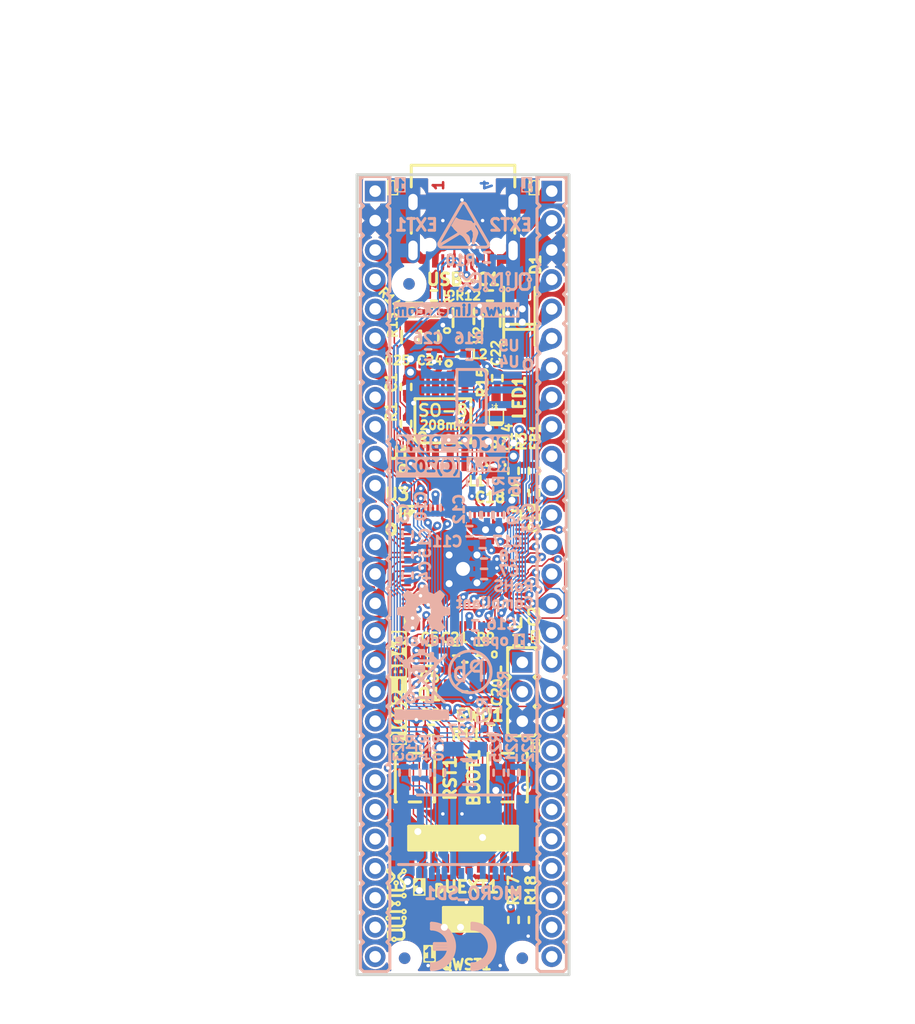
<source format=kicad_pcb>
(kicad_pcb (version 20221018) (generator pcbnew)
  (title_block (title "PICO2-BB48") (date "2025-04-08") (rev "A") (company "OLIMEX LTD.") (comment 1 "https://www.olimex.com"))
  (layers (0 "F.Cu" signal) (1 "In1.Cu" signal) (2 "In2.Cu" signal) (31 "B.Cu" signal) (34 "B.Paste" user) (35 "F.Paste" user) (36 "B.SilkS" user "B.Silkscreen") (37 "F.SilkS" user "F.Silkscreen") (38 "B.Mask" user) (39 "F.Mask" user) (44 "Edge.Cuts" user))
  (net 0 "")
  (net 1 "GND")
  (net 4 "/USB_D-")
  (net 5 "/USB_D+")
  (net 6 "+3.3V")
  (net 7 "/+1V1")
  (net 8 "/SWDIO")
  (net 9 "/SWCLK")
  (net 11 "/RUN")
  (net 12 "/ADC_AVDD")
  (net 13 "VBUS")
  (net 14 "/GPIO25\\User_Led")
  (net 15 "/GPIO15")
  (net 16 "/GPIO14")
  (net 17 "/GPIO29")
  (net 18 "/GPIO7\\SPI0_TX(MOSI)")
  (net 19 "/GPIO5\\SPI0_CSn(CS#)")
  (net 20 "/GPIO4\\SPI0_RX(MISO)")
  (net 21 "/GPIO0\\UART0_TX")
  (net 22 "/GPIO1\\UART0_RX")
  (net 23 "/GPIO18")
  (net 24 "/GPIO24\\SPI1_RX\\SD_DAT0")
  (net 25 "/GPIO20")
  (net 26 "/GPIO19")
  (net 27 "/GPIO21")
  (net 28 "/GPIO23")
  (net 29 "/GPIO22")
  (net 30 "/GPIO26")
  (net 31 "/GPIO27")
  (net 32 "/GPIO28")
  (net 33 "/3V3_EN")
  (net 34 "Net-(LED1-A)")
  (net 35 "/USB_CC2")
  (net 36 "/USB_CC1")
  (net 39 "/D-")
  (net 40 "/D+")
  (net 41 "/BOOTSEL#")
  (net 42 "/VREG_AVDD")
  (net 43 "Net-(C20-Pad1)")
  (net 44 "Net-(U3-XIN)")
  (net 45 "VSYS")
  (net 46 "Net-(U2-FB)")
  (net 47 "/SD_VDD")
  (net 48 "/GPIO31")
  (net 49 "/GPIO30")
  (net 50 "/GPIO9\\SPI1_CSn")
  (net 51 "/GPIO12")
  (net 52 "/GPIO8\\QMI_CS1n")
  (net 53 "/GPIO13")
  (net 54 "/GPIO10\\SPI1_SCK\\SD_CLK")
  (net 55 "/GPIO11\\SPI1_TX\\SD_CMD")
  (net 56 "/GPIO3\\I2C1_SCL")
  (net 57 "/GPIO2\\I2C1_SDA")
  (net 58 "/GPIO17")
  (net 59 "/GPIO16")
  (net 60 "/GPIO6\\SPI0_SCK(SCK)")
  (net 61 "/GPIO47")
  (net 62 "/GPIO46")
  (net 63 "/GPIO45")
  (net 64 "/QSPI_CSn")
  (net 65 "/GPIO44")
  (net 66 "/QSPI_CLK")
  (net 67 "/GPIO40")
  (net 68 "/QSPI_SD0")
  (net 69 "/QSPI_SD1")
  (net 70 "/GPIO41")
  (net 71 "/GPIO42")
  (net 72 "/QSPI_SD2")
  (net 73 "/QSPI_SD3")
  (net 74 "/GPIO43")
  (net 75 "/GPIO35")
  (net 76 "/GPIO34")
  (net 77 "/GPIO33")
  (net 78 "/GPIO32")
  (net 79 "/GPIO36")
  (net 80 "/GPIO37")
  (net 81 "/GPIO38")
  (net 82 "/GPIO39")
  (net 83 "Net-(U3-VREG_LX)")
  (net 84 "/SW1")
  (net 85 "Net-(MICRO_SD1-DAT2{slash}RES)")
  (net 86 "Net-(MICRO_SD1-CD{slash}DAT3{slash}CS)")
  (net 87 "Net-(MICRO_SD1-CLK{slash}SCLK)")
  (net 88 "Net-(MICRO_SD1-DAT0{slash}DO)")
  (net 89 "Net-(MICRO_SD1-DAT1{slash}RES)")
  (net 91 "Net-(U3-XOUT)")
  (footprint "OLIMEX_Other-FP:Fiducial1x3_Paste" (layer "F.Cu") (at 141.605 132.08)
    (fp_text reference "FID1" hide)
    (fp_text value "Fiducial" hide)
  )
  (footprint "OLIMEX_LEDs-FP:LED_0603_KA" (layer "F.Cu") (at 149.5 84.5 90)
    (fp_text reference "LED1")
    (fp_text value "LED/GREEN/0603")
  )
  (footprint "OLIMEX_Other-FP:Fiducial1x3" (layer "F.Cu") (at 141.986 73.914)
    (fp_text reference "FID3" hide)
    (fp_text value "Fiducial" hide)
  )
  (footprint "OLIMEX_Other-FP:Fiducial1x3" (layer "F.Cu") (at 151.765 132.08)
    (fp_text reference "FID2" hide)
    (fp_text value "Fiducial" hide)
  )
  (footprint "OLIMEX_Diodes-FP:SMA-KA" (layer "F.Cu") (at 151.511 76.708 90)
    (fp_text reference "D1")
    (fp_text value "1N5822/SS34/SMA")
  )
  (footprint "OLIMEX_RLC-FP:R_0402_5MIL_DWS" (layer "F.Cu") (at 151.892 128.778 -90)
    (fp_text reference "R18")
    (fp_text value "2.2k/R0402")
  )
  (footprint "OLIMEX_RLC-FP:R_0402_5MIL_DWS" (layer "F.Cu") (at 151.003 128.778 -90)
    (fp_text reference "R17")
    (fp_text value "2.2k/R0402")
  )
  (footprint "OLIMEX_Buttons-FP:YTS-A016-X" (layer "F.Cu") (at 142.5 116.5 -90)
    (fp_text reference "RST1")
    (fp_text value "YTS-A016-X" hide)
  )
  (footprint "OLIMEX_RLC-FP:R_0402_5MIL_DWS" (layer "F.Cu") (at 144.145 74.93)
    (fp_text reference "R5")
    (fp_text value "5.1k/1%/R0402")
  )
  (footprint "OLIMEX_RLC-FP:R_0402_5MIL_DWS" (layer "F.Cu") (at 148.971 74.93 180)
    (fp_text reference "R12")
    (fp_text value "1M/R0402")
  )
  (footprint "OLIMEX_Connectors-FP:BM10B-SRSS-TB" (layer "F.Cu") (at 146.65 122.5)
    (fp_text reference "pUEXT1")
    (fp_text value "SH1.0-10P-180D")
  )
  (footprint "OLIMEX_Buttons-FP:YTS-A016-X" (layer "F.Cu") (at 150.5 116.5 -90)
    (fp_text reference "BOOT1")
    (fp_text value "YTS-A016-X" hide)
  )
  (footprint "OLIMEX_RLC-FP:R_0402_5MIL_DWS" (layer "F.Cu") (at 149.606 82.042 90)
    (fp_text reference "R15")
    (fp_text value "2.2k/R0402")
  )
  (footprint "OLIMEX_Connectors-FP:USB2.0_TYPE-C(A40-00119-A52-12)_Paste" (layer "F.Cu") (at 146.65 68 90)
    (fp_text reference "USB-C1")
    (fp_text value "USB-C-16P-F(A40-00119-A52-12)")
  )
  (footprint "OLIMEX_RLC-FP:R_0402_5MIL_DWS" (layer "F.Cu") (at 142.24 76.327 180)
    (fp_text reference "R13")
    (fp_text value "220k/R0402")
  )
  (footprint "OLIMEX_RLC-FP:C_0402_5MIL_DWS" (layer "F.Cu") (at 151.003 90.043 -90)
    (fp_text reference "C14")
    (fp_text value "4.7uF/10V/20%/X5R/C0402")
  )
  (footprint "OLIMEX_Connectors-FP:HN1x3" (layer "F.Cu") (at 151.765 109.1 -90)
    (fp_text reference "SWD1")
    (fp_text value "NA(NH1x3)")
  )
  (footprint "OLIMEX_RLC-FP:L_2016_MM" (layer "F.Cu") (at 149.479 89.535 -90)
    (fp_text reference "L1")
    (fp_text value "3.3uH/2.0A/DCR=140mR/20%/2.00x1.60x1.00mm/L2016(PIM201610-3R3MTS00)")
  )
  (footprint "OLIMEX_RLC-FP:R_0402_5MIL_DWS" (layer "F.Cu") (at 143.891 112.395 180)
    (fp_text reference "R2")
    (fp_text value "NA(10k/R0402)")
  )
  (footprint "OLIMEX_Crystal-FP:TSX-3.2x2.5mm_GND(3)" (layer "F.Cu") (at 146.812 107.823 180)
    (fp_text reference "Q1")
    (fp_text value "Q12MHz/18pF/30ppm/4P/3.2x2.5mm(ABM8-12.000MHZ-D2Y-T)")
  )
  (footprint "OLIMEX_RLC-FP:C_0402_5MIL_DWS" (layer "F.Cu") (at 146.05 105.537 180)
    (fp_text reference "C21")
    (fp_text value "27pF/50V/5%/C0G/C0402")
  )
  (footprint "OLIMEX_RLC-FP:L_0402_5MIL_DWS" (layer "F.Cu") (at 152.781 90.043 -90)
    (fp_text reference "FB1")
    (fp_text value "PZ1005U601-R45TF/0.34OHM/0.45A")
  )
  (footprint "OLIMEX_Signs-FP:Logo_OLIMEX_80" (layer "F.Cu") (at 140.8684 127.508 90)
    (fp_text reference "Logo_OLIMEX_80" hide)
    (fp_text value "Logo_OLIMEX_80" hide)
  )
  (footprint "OLIMEX_RLC-FP:C_0603_5MIL_DWS" (layer "F.Cu") (at 149.098 77.089 90)
    (fp_text reference "C22")
    (fp_text value "22uF/6.3V/20%/X5R/C0603")
  )
  (footprint "OLIMEX_RLC-FP:C_0402_5MIL_DWS" (layer "F.Cu") (at 151.257 104.648)
    (fp_text reference "C2")
    (fp_text value "NA(100nF/10V/20%/X5R/C0402)")
  )
  (footprint "OLIMEX_IC-FP:QFN-80_10.00x10.00x0.90mm_P0.4mm" (layer "F.Cu") (at 146.65 98.5 -90)
    (fp_text reference "U3")
    (fp_text value "RP2350B(QFN-80_10.00x10.00x0.90mm_P0.4mm)")
  )
  (footprint "OLIMEX_RLC-FP:L_2016_MM" (layer "F.Cu") (at 146.177 79.375)
    (fp_text reference "L2")
    (fp_text value "1.0uH/4.2A/DCR=35mR/20%/2.00x1.60x1.00mm/L2016(PIM201610-1R0MTS00)")
  )
  (footprint "OLIMEX_Regulators-FP:SOT-563-6" (layer "F.Cu") (at 146.685 76.708 -90)
    (fp_text reference "U2")
    (fp_text value "TPS62A02ADRLR(SOT-563-6)")
  )
  (footprint "OLIMEX_RLC-FP:R_0402_5MIL_DWS" (layer "F.Cu") (at 151.892 90.043 -90)
    (fp_text reference "R3")
    (fp_text value "33R/R0402")
  )
  (footprint "OLIMEX_RLC-FP:C_0402_5MIL_DWS" (layer "F.Cu") (at 149.479 107.188 -90)
    (fp_text reference "C20")
    (fp_text value "27pF/50V/5%/C0G/C0402")
  )
  (footprint "OLIMEX_RLC-FP:C_0402_5MIL_DWS" (layer "F.Cu") (at 151.13 91.694 180)
    (fp_text reference "C18")
    (fp_text value "4.7uF/10V/20%/X5R/C0402")
  )
  (footprint "OLIMEX_RLC-FP:C_0603_5MIL_DWS" (layer "F.Cu") (at 143.764 78.486 90)
    (fp_text reference "C24")
    (fp_text value "22uF/6.3V/20%/X5R/C0603")
  )
  (footprint "OLIMEX_RLC-FP:R_0402_5MIL_DWS" (layer "F.Cu") (at 149.098 112.395)
    (fp_text reference "R11")
    (fp_text value "1k/R0402")
  )
  (footprint "OLIMEX_RLC-FP:R_0402_5MIL_DWS" (layer "F.Cu") (at 141.732 85.979 -90)
    (fp_text reference "R1")
    (fp_text value "10k/R0402")
  )
  (footprint "OLIMEX_RLC-FP:C_0402_5MIL_DWS" (layer "F.Cu") (at 141.732 82.804 90)
    (fp_text reference "C1")
    (fp_text value "100nF/10V/20%/X5R/C0402")
  )
  (footprint "OLIMEX_IC-FP:SO-8_208mil" (layer "F.Cu") (at 144.907 85.725)
    (fp_text reference "U1")
    (fp_text value "W25Q16JVSSIQ")
  )
  (footprint "OLIMEX_RLC-FP:R_0402_5MIL_DWS" (layer "F.Cu") (at 148.082 105.537 180)
    (fp_text reference "R9")
    (fp_text value "1k/R0402")
  )
  (footprint "OLIMEX_RLC-FP:C_0603_5MIL_DWS" (layer "F.Cu") (at 142.113 78.486 90)
    (fp_text reference "C25")
    (fp_text value "NA(22uF/6.3V/20%/X5R/C0603)")
  )
  (footprint "OLIMEX_RLC-FP:R_0402_5MIL_DWS" (layer "F.Cu") (at 144.145 76.327)
    (fp_text reference "R14")
    (fp_text value "49.9k/1%/R0402")
  )
  (footprint "OLIMEX_Connectors-FP:BM04B-SRSS-TB" (layer "F.Cu") (at 146.65 129.5)
    (fp_text reference "QWST1")
    (fp_text value "SH1.0-4P-180D")
  )
  (footprint "OLIMEX_RLC-FP:C_0402_5MIL_DWS" (layer "F.Cu") (at 152.781 91.948 -90)
    (fp_text reference "C19")
    (fp_text value "4.7uF/10V/20%/X5R/C0402")
  )
  (footprint "OLIMEX_RLC-FP:C_0402_5MIL_DWS" (layer "F.Cu") (at 143.764 106.426)
    (fp_text reference "C6")
    (fp_text value "100nF/10V/20%/X5R/C0402")
  )
  (footprint "OLIMEX_RLC-FP:C_0402_5MIL_DWS" (layer "F.Cu") (at 143.764 105.537)
    (fp_text reference "C5")
    (fp_text value "100nF/10V/20%/X5R/C0402")
  )
  (footprint "OLIMEX_RLC-FP:R_0402_5MIL_DWS" (layer "B.Cu") (at 148.717 71.628 180)
    (fp_text reference "R10")
    (fp_text value "5.1k/1%/R0402")
  )
  (footprint "OLIMEX_RLC-FP:R_0402_5MIL_DWS" (layer "B.Cu") (at 147.447 91.059 -90)
    (fp_text reference "R7")
    (fp_text value "27R/R0402")
  )
  (footprint "OLIMEX_RLC-FP:R_0402_5MIL_DWS" (layer "B.Cu") (at 148.336 91.059 -90)
    (fp_text reference "R6")
    (fp_text value "27R/R0402")
  )
  (footprint "OLIMEX_RLC-FP:C_0402_5MIL_DWS" (layer "B.Cu") (at 144.272 93.218 -90)
    (fp_text reference "C10")
    (fp_text value "100nF/10V/20%/X5R/C0402")
  )
  (footprint "OLIMEX_RLC-FP:C_0402_5MIL_DWS" (layer "B.Cu") (at 141.859 99.06 90)
    (fp_text reference "C4")
    (fp_text value "100nF/10V/20%/X5R/C0402")
  )
  (footprint "OLIMEX_RLC-FP:R_0402_5MIL_DWS" (layer "B.Cu") (at 144.653 116.078 -90)
    (fp_text reference "R20")
    (fp_text value "NA(10k/R0402)")
  )
  (footprint "OLIMEX_Signs-FP:Sign_PB-Free" (layer "B.Cu") (at 147.066 107.696 180)
    (fp_text reference "Sign_PB-Free")
    (fp_text value "Sign_PB-Free")
  )
  (footprint "OLIMEX_RLC-FP:C_0402_5MIL_DWS" (layer "B.Cu") (at 148.336 96.266 180)
    (fp_text reference "C17")
    (fp_text value "100nF/10V/20%/X5R/C0402")
  )
  (footprint "OLIMEX_RLC-FP:C_0402_5MIL_DWS" (layer "B.Cu") (at 148.717 93.853 90)
    (fp_text reference "C9")
    (fp_text value "100nF/10V/20%/X5R/C0402")
  )
  (footprint "OLIMEX_RLC-FP:C_0402_5MIL_DWS" (layer "B.Cu") (at 147.701 103.378)
    (fp_text reference "C16")
    (fp_text value "4.7uF/10V/20%/X5R/C0402")
  )
  (footprint "OLIMEX_RLC-FP:C_0402_5MIL_DWS" (layer "B.Cu") (at 147.193 95.25 180)
    (fp_text reference "C11")
    (fp_text value "100nF/10V/20%/X5R/C0402")
  )
  (footprint "OLIMEX_IC-FP:SO-8_208mil" (layer "B.Cu") (at 147.387 83.693 -90)
    (fp_text reference "U4")
    (fp_text value "NA(W25Q128JVSIQ(SOIC-8_208mils))")
  )
  (footprint "OLIMEX_IC-FP:SO-8" (layer "B.Cu") (at 147.387 83.693 -90)
    (fp_text reference "U5")
    (fp_text value "NA(APS6404L-3SQR-SN(SOIC-8_150mils))")
  )
  (footprint "OLIMEX_Other-FP:Fiducial1x3_Paste" (layer "B.Cu") (at 141.605 132.08 180)
    (fp_text reference "FID4" hide)
    (fp_text value "Fiducial" hide)
  )
  (footprint "OLIMEX_RLC-FP:C_0402_5MIL_DWS" (layer "B.Cu") (at 141.859 95.504 -90)
    (fp_text reference "C3")
    (fp_text value "100nF/10V/20%/X5R/C0402")
  )
  (footprint "OLIMEX_RLC-FP:C_0402_5MIL_DWS" (layer "B.Cu") (at 148.463 98.044 180)
    (fp_text reference "C8")
    (fp_text value "100nF/10V/20%/X5R/C0402")
  )
  (footprint "OLIMEX_RLC-FP:C_0402_5MIL_DWS" (layer "B.Cu") (at 143.637 80.01 180)
    (fp_text reference "C26")
    (fp_text value "NA(100nF/10V/20%/X5R/C0402)")
  )
  (footprint "OLIMEX_Signs-FP:Sign_Antistatic_4.5mmX2.8mm" (layer "B.Cu") (at 146.685 68.834 180)
    (fp_text reference "Sign_Antistatic_Small")
    (fp_text value "Sign_Antistatic")
  )
  (footprint "OLIMEX_RLC-FP:R_0402_5MIL_DWS" (layer "B.Cu") (at 149.733 116.078 -90)
    (fp_text reference "R25")
    (fp_text value "NA(33R/R0402)")
  )
  (footprint "OLIMEX_RLC-FP:R_0402_5MIL_DWS" (layer "B.Cu") (at 147.193 80.01)
    (fp_text reference "R16")
    (fp_text value "NA(10k/R0402)")
  )
  (footprint "OLIMEX_Other-FP:Fiducial1x3" (layer "B.Cu") (at 151.765 132.08 180)
    (fp_text reference "FID6" hide)
    (fp_text value "Fiducial" hide)
  )
  (footprint "OLIMEX_RLC-FP:R_0402_5MIL_DWS" (layer "B.Cu") (at 141.605 116.078 -90)
    (fp_text reference "R23")
    (fp_text value "NA(10k/R0402)")
  )
  (footprint "OLIMEX_RLC-FP:C_0402_5MIL_DWS" (layer "B.Cu") (at 147.701 93.853 90)
    (fp_text reference "C12")
    (fp_text value "100nF/10V/20%/X5R/C0402")
  )
  (footprint "OLIMEX_RLC-FP:C_0402_5MIL_DWS" (layer "B.Cu") (at 149.733 93.853 90)
    (fp_text reference "C13")
    (fp_text value "4.7uF/10V/20%/X5R/C0402")
  )
  (footprint "OLIMEX_Connectors-FP:HN1x27" (layer "B.Cu") (at 154.305 98.933 -90)
    (fp_text reference "EXT2")
    (fp_text value "HN1x27")
  )
  (footprint "OLIMEX_Other-FP:Fiducial1x3" (layer "B.Cu") (at 141.986 73.914 180)
    (fp_text reference "FID5" hide)
    (fp_text value "Fiducial" hide)
  )
  (footprint "OLIMEX_RLC-FP:R_0402_5MIL_DWS" (layer "B.Cu") (at 151.003 116.078 -90)
    (fp_text reference "R21")
    (fp_text value "NA(10k/R0402)")
  )
  (footprint "OLIMEX_Connectors-FP:HN1x27" (layer "B.Cu") (at 139.065 98.933 -90)
    (fp_text reference "EXT1")
    (fp_text value "HN1x27")
  )
  (footprint "OLIMEX_RLC-FP:R_0402_5MIL_DWS" (layer "B.Cu") (at 151.892 116.078 -90)
    (fp_text reference "R22")
    (fp_text value "NA(10k/R0402)")
  )
  (footprint "OLIMEX_RLC-FP:C_0402_5MIL_DWS" (layer "B.Cu") (at 148.463 98.933 180)
    (fp_text reference "C7")
    (fp_text value "100nF/10V/20%/X5R/C0402")
  )
  (footprint "OLIMEX_Signs-FP:Logo_OLIMEX_80" (layer "B.Cu") (at 149.4282 73.7108 180)
    (fp_text reference "Logo_OLIMEX_80-Bot" hide)
    (fp_text value "Logo_OLIMEX_80" hide)
  )
  (footprint "OLIMEX_RLC-FP:R_0402_5MIL_DWS" (layer "B.Cu") (at 142.494 116.078 -90)
    (fp_text reference "R19")
    (fp_text value "NA(10k/R0402)")
  )
  (footprint "OLIMEX_Signs-FP:Sign_OSHW_7.3x6.0mmn" (layer "B.Cu") (at 143.256 102.616 180)
    (fp_text reference "Sign_OSHW_7.3x6.0mm" hide)
    (fp_text value "Sign_OSHW_7.3x6.0mm" hide)
  )
  (footprint "OLIMEX_RLC-FP:L_0805_5MIL_DWS" (layer "B.Cu") (at 146.939 114.046)
    (fp_text reference "L3")
    (fp_text value "NA(600OHM/2A/UPZ2012E-601-2R0TF/0805)")
  )
  (footprint "OLIMEX_Signs-FP:CE_Sign" (layer "B.Cu") (at 145.669 131.064 180)
    (fp_text reference "Sign_CE" hide)
    (fp_text value "CE_Sign" hide)
  )
  (footprint "OLIMEX_RLC-FP:R_0402_5MIL_DWS" (layer "B.Cu") (at 143.383 116.078 -90)
    (fp_text reference "R24")
    (fp_text value "NA(33R/R0402)")
  )
  (footprint "OLIMEX_RLC-FP:R_0402_5MIL_DWS" (layer "B.Cu") (at 148.971 112.268)
    (fp_text reference "R27")
    (fp_text value "NA")
  )
  (footprint "OLIMEX_Signs-FP:Sign_RecycleBin_1" (layer "B.Cu") (at 145.415 111.506 180)
    (fp_text reference "Sign_RecycleBin_1" hide)
    (fp_text value "Sign_RecycleBin_1" hide)
  )
  (footprint "OLIMEX_RLC-FP:C_0805_5MIL_DWS" (layer "B.Cu") (at 147.193 116.078)
    (fp_text reference "C27")
    (fp_text value "NA(47uF/6.3V/20%/X5R/C0805)")
  )
  (footprint "OLIMEX_RLC-FP:C_0402_5MIL_DWS" (layer "B.Cu") (at 141.859 97.282 90)
    (fp_text reference "C15")
    (fp_text value "100nF/10V/20%/X5R/C0402")
  )
  (footprint "OLIMEX_Connectors-FP:uSD(TFC-9P-1.xH(ATFFS150A01BR016))" (layer "B.Cu") (at 146.7 121.5 180)
    (fp_text reference "MICRO_SD1")
    (fp_text value "NA(TFC-9P-1.7H(ATFFS150A01BR016))")
  )
  (footprint "OLIMEX_RLC-FP:R_0402_5MIL_DWS" (layer "B.Cu") (at 149.479 110.617 -90)
    (fp_text reference "R26")
    (fp_text value "NA(33R/R0402)")
  )
  (gr_circle (center 145.415 80.772) (end 145.165 80.772) (stroke (width 0.254)) (fill none) (layer "F.SilkS"))
  (gr_line (start 141.732 75.565) (end 143.129 75.565) (stroke (width 0.254)) (layer "F.SilkS"))
  (gr_circle (center 149.352 87.757) (end 149.102 87.757) (stroke (width 0.254)) (fill none) (layer "F.SilkS"))
  (gr_line (start 143.129 75.565) (end 143.256 75.692) (stroke (width 0.254)) (layer "F.SilkS"))
  (gr_line (start 137.5 133.5) (end 137.5 64.5) (stroke (width 0.254)) (layer "Edge.Cuts"))
  (gr_line (start 155.8 133.5) (end 155.8 64.5) (stroke (width 0.254)) (layer "Edge.Cuts"))
  (gr_line (start 137.5 64.5) (end 155.8 64.5) (stroke (width 0.254)) (layer "Edge.Cuts"))
  (gr_line (start 137.5 133.5) (end 155.8 133.5) (stroke (width 0.254)) (layer "Edge.Cuts"))
  (gr_text "1" (at 144.526 65.405 90) (layer "F.Cu") (effects (font (size 0.889 0.889) (thickness 0.22225))))
  (gr_text "4" (at 148.59 65.405 270) (layer "B.Cu") (effects (font (size 0.889 0.889) (thickness 0.22225)) (justify mirror)))
  (gr_text "PICO2-BB48" (at 145.796 87.757) (layer "B.SilkS" knockout) (effects (font (size 1.016 1.016) (thickness 0.254) bold) (justify mirror)))
  (gr_text "www.olimex.com" (at 146.05 76.2) (layer "B.SilkS" knockout) (effects (font (size 0.889 0.889) (thickness 0.22225) bold) (justify mirror)))
  (gr_text "Rev.A" (at 148.844 89.535) (layer "B.SilkS" knockout) (effects (font (size 0.889 0.889) (thickness 0.22225) bold) (justify mirror)))
  (gr_text "(C)2025" (at 143.637 89.662) (layer "B.SilkS" knockout) (effects (font (size 0.889 0.889) (thickness 0.22225) bold) (justify mirror)))
  (gr_text "1" (at 152.146 65.405) (layer "B.SilkS" knockout) (effects (font (size 0.889 0.889) (thickness 0.22225) bold) (justify mirror)))
  (gr_text "RoHS\nCompliant" (at 152.908 100.711) (layer "B.SilkS") (effects (font (size 0.889 0.889) (thickness 0.22225) bold) (justify left mirror)))
  (gr_text "1" (at 151.511 104.775) (layer "B.SilkS" knockout) (effects (font (size 0.889 0.889) (thickness 0.22225) bold) (justify mirror)))
  (gr_text "1" (at 141.224 65.405) (layer "B.SilkS" knockout) (effects (font (size 0.889 0.889) (thickness 0.22225) bold) (justify mirror)))
  (gr_text "PICO2-BB48" (at 141.097 108.7882 90) (layer "F.SilkS" knockout) (effects (font (size 1.016 1.016) (thickness 0.254))))
  (gr_text "1" (at 152.781 65.659) (layer "F.SilkS" knockout) (effects (font (size 0.889 0.889) (thickness 0.22225) bold)))
  (gr_text "1" (at 140.589 65.659) (layer "F.SilkS" knockout) (effects (font (size 0.889 0.889) (thickness 0.22225) bold)))
  (gr_text "1" (at 152.908 104.394) (layer "F.SilkS" knockout) (effects (font (size 0.762 0.762) (thickness 0.1905) bold)))
  (gr_text "3" (at 152.908 113.792) (layer "F.SilkS" knockout) (effects (font (size 0.762 0.762) (thickness 0.1905) bold)))
  (segment (start 146.185 77.5636) (end 146.05 77.6986) (width 0.254) (layer "F.Cu") (net 1))
  (segment (start 147.32 109.215) (end 147.32 109.601) (width 0.4064) (layer "F.Cu") (net 1))
  (segment (start 143.325 71.932) (end 143.0266 71.932) (width 0.508) (layer "F.Cu") (net 1))
  (segment (start 146.05 77.6986) (end 145.1356 77.6986) (width 0.254) (layer "F.Cu") (net 1))
  (segment (start 144.367 107.187162) (end 145.547838 107.187162) (width 0.508) (layer "F.Cu") (net 1))
  (segment (start 142.113 89.408) (end 142.113 89.8144) (width 0.2032) (layer "F.Cu") (net 1))
  (segment (start 147.912 108.623) (end 148.204 108.331) (width 0.508) (layer "F.Cu") (net 1))
  (segment (start 149.975 71.932) (end 150.2926 71.932) (width 0.508) (layer "F.Cu") (net 1))
  (segment (start 142.875 126.238) (end 143.15 125.963) (width 0.508) (layer "F.Cu") (net 1))
  (segment (start 154.268 71.03) (end 154.305 70.993) (width 1.016) (layer "F.Cu") (net 1))
  (segment (start 143.0266 71.932) (end 142.33 71.2354) (width 0.508) (layer "F.Cu") (net 1))
  (segment (start 149.098 76.2) (end 148.082 76.2) (width 1.016) (layer "F.Cu") (net 1))
  (segment (start 150.622 91.694) (end 150.622 91.567) (width 0.508) (layer "F.Cu") (net 1))
  (segment (start 145.542 106.853) (end 145.712 107.023) (width 0.508) (layer "F.Cu") (net 1))
  (segment (start 150.241 76.454) (end 149.987 76.2) (width 1.016) (layer "F.Cu") (net 1))
  (segment (start 145.15 129.529) (end 145.034 129.413) (width 0.508) (layer "F.Cu") (net 1))
  (segment (start 149.425 117.548) (end 149.425 114.425) (width 0.508) (layer "F.Cu") (net 1))
  (segment (start 149.479 107.95) (end 149.479 107.696) (width 0.508) (layer "F.Cu") (net 1))
  (segment (start 142.367 84.201) (end 141.732 83.566) (width 0.4064) (layer "F.Cu") (net 1))
  (segment (start 146.185 77.458) (end 146.185 76.716) (width 0.254) (layer "F.Cu") (net 1))
  (segment (start 143.575 71.932) (end 142.673 71.03) (width 0.3048) (layer "F.Cu") (net 1))
  (segment (start 143.764 77.597) (end 143.891 77.47) (width 1.016) (layer "F.Cu") (net 1))
  (segment (start 144.272 106.426) (end 144.272 105.537) (width 0.508) (layer "F.Cu") (net 1))
  (segment (start 147.955 76.708) (end 148.082 76.835) (width 0.508) (layer "F.Cu") (net 1))
  (segment (start 144.272 107.156) (end 144.526 107.41) (width 0.254) (layer "F.Cu") (net 1))
  (segment (start 142.673 71.03) (end 142.33 71.03) (width 0.3048) (layer "F.Cu") (net 1))
  (segment (start 150.97 71.2546) (end 150.97 71.03) (width 0.508) (layer "F.Cu") (net 1))
  (segment (start 152.146 122.454) (end 152.146 124.333) (width 0.508) (layer "F.Cu") (net 1))
  (segment (start 144.367 107.187162) (end 144.303162 107.187162) (width 0.254) (layer "F.Cu") (net 1))
  (segment (start 151.9682 104.648) (end 152.3492 105.029) (width 0.4064) (layer "F.Cu") (net 1))
  (segment (start 150.114 107.696) (end 150.114 105.9688) (width 0.254) (layer "F.Cu") (net 1))
  (segment (start 151.5776 71.03) (end 154.268 71.03) (width 1.016) (layer "F.Cu") (net 1))
  (segment (start 151.003 91.186) (end 151.003 90.551) (width 0.508) (layer "F.Cu") (net 1))
  (segment (start 142.113 89.8144) (end 142.7226 90.424) (width 0.2032) (layer "F.Cu") (net 1))
  (segment (start 141.732 83.566) (end 141.732 83.312) (width 0.4064) (layer "F.Cu") (net 1))
  (segment (start 144.113 129.413) (end 145.034 129.413) (width 0.508) (layer "F.Cu") (net 1))
  (segment (start 147.8788 104.9528) (end 147.447 104.521) (width 0.254) (layer "F.Cu") (net 1))
  (segment (start 144.272 107.156) (end 144.272 106.426) (width 0.508) (layer "F.Cu") (net 1))
  (segment (start 149.725 71.932) (end 150.627 71.03) (width 0.3048) (layer "F.Cu") (net 1))
  (segment (start 144.526 107.41) (end 144.526 109.347) (width 0.254) (layer "F.Cu") (net 1))
  (segment (start 151.765 104.648) (end 151.9682 104.648) (width 0.4064) (layer "F.Cu") (net 1))
  (segment (start 150.495 76.454) (end 150.241 76.454) (width 1.016) (layer "F.Cu") (net 1))
  (segment (start 143.891 77.47) (end 144.907 77.47) (width 1.016) (layer "F.Cu") (net 1))
  (segment (start 150.627 71.03) (end 150.97 71.03) (width 0.3048) (layer "F.Cu") (net 1))
  (segment (start 148.844 86.36) (end 148.844 86.106) (width 0.4064) (layer "F.Cu") (net 1))
  (segment (start 150.114 108.585) (end 150.114 107.696) (width 0.254) (layer "F.Cu") (net 1))
  (segment (start 149.5 85.45) (end 149.5 85.262) (width 0.4064) (layer "F.Cu") (net 1))
  (segment (start 146.812 87.376) (end 146.812 88.96) (width 0.508) (layer "F.Cu") (net 1))
  (segment (start 143.764 77.597) (end 142.113 77.597) (width 1.016) (layer "F.Cu") (net 1))
  (segment (start 145.1356 77.6986) (end 144.907 77.47) (width 0.254) (layer "F.Cu") (net 1))
  (segment (start 144.907 77.343) (end 145.3515 76.8985) (width 0.762) (layer "F.Cu") (net 1))
  (segment (start 149.098 104.9528) (end 147.8788 104.9528) (width 0.254) (layer "F.Cu") (net 1))
  (segment (start 146.177 76.708) (end 147.955 76.708) (width 0.508) (layer "F.Cu") (net 1))
  (segment (start 150.546086 92.9005) (end 150.869793 92.576793) (width 0.2032) (layer "F.Cu") (net 1))
  (segment (start 147.912 108.623) (end 147.32 109.215) (width 0.4064) (layer "F.Cu") (net 1))
  (segment (start 143.637 74.93) (end 143.637 72.898) (width 0.127) (layer "F.Cu") (net 1))
  (segment (start 148.204 108.331) (end 149.098 108.331) (width 0.508) (layer "F.Cu") (net 1))
  (segment (start 142.33 71.2354) (end 142.33 71.03) (width 0.4064) (layer "F.Cu") (net 1))
  (segment (start 152.45 122.15) (end 152.146 122.454) (width 0.508) (layer "F.Cu") (net 1))
  (segment (start 144.303162 107.187162) (end 144.272 107.156) (width 0.254) (layer "F.Cu") (net 1))
  (segment (start 143.85 129.15) (end 144.113 129.413) (width 0.508) (layer "F.Cu") (net 1))
  (segment (start 145.547838 107.187162) (end 145.712 107.023) (width 0.508) (layer "F.Cu") (net 1))
  (segment (start 150.622 91.567) (end 151.003 91.186) (width 0.508) (layer "F.Cu") (net 1))
  (segment (start 144.526 109.347) (end 144.78 109.601) (width 0.254) (layer "F.Cu") (net 1))
  (segment (start 149.987 76.2) (end 149.098 76.2) (width 1.016) (layer "F.Cu") (net 1))
  (segment (start 145.542 105.537) (end 145.542 106.853) (width 0.508) (layer "F.Cu") (net 1))
  (segment (start 144.78 109.601) (end 149.098 109.601) (width 0.254) (layer "F.Cu") (net 1))
  (segment (start 150.501207 92.576793) (end 150.1775 92.9005) (width 0.2032) (layer "F.Cu") (net 1))
  (segment (start 146.185 76.716) (end 146.177 76.708) (width 0.254) (layer "F.Cu") (net 1))
  (segment (start 146.185 77.458) (end 146.185 77.5636) (width 0.254) (layer "F.Cu") (net 1))
  (segment (start 150.2926 71.932) (end 150.97 71.2546) (width 0.508) (layer "F.Cu") (net 1))
  (segment (start 150.1775 92.9005) (end 150.546086 92.9005) (width 0.2032) (layer "F.Cu") (net 1))
  (segment (start 144.653 76.327) (end 144.78 76.327) (width 0.508) (layer "F.Cu") (net 1))
  (segment (start 145.3515 76.8985) (end 145.542 76.708) (width 0.762) (layer "F.Cu") (net 1))
  (segment (start 150.869793 92.576793) (end 150.501207 92.576793) (width 0.2032) (layer "F.Cu") (net 1))
  (segment (start 150.05 93.028) (end 150.05 93.6035) (width 0.2032) (layer "F.Cu") (net 1))
  (segment (start 149.098 108.331) (end 149.479 107.95) (width 0.508) (layer "F.Cu") (net 1))
  (segment (start 150.1775 92.9005) (end 150.05 93.028) (width 0.2032) (layer "F.Cu") (net 1))
  (segment (start 143.637 72.898) (end 143.575 72.836) (width 0.127) (layer "F.Cu") (net 1))
  (segment (start 143.15 125.963) (end 143.15 123.925) (width 0.508) (layer "F.Cu") (net 1))
  (segment (start 144.78 76.327) (end 145.3515 76.8985) (width 0.508) (layer "F.Cu") (net 1))
  (segment (start 143.575 72.836) (end 143.575 71.932) (width 0.127) (layer "F.Cu") (net 1))
  (segment (start 153.416 92.4052) (end 152.8318 92.4052) (width 0.4064) (layer "F.Cu") (net 1))
  (segment (start 148.082 76.2) (end 148.082 76.835) (width 0.762) (layer "F.Cu") (net 1))
  (segment (start 145.15 130.925) (end 145.15 129.529) (width 0.508) (layer "F.Cu") (net 1))
  (segment (start 148.082 75.819) (end 148.082 76.2) (width 0.762) (layer "F.Cu") (net 1))
  (segment (start 144.272 105.537) (end 145.542 105.537) (width 0.508) (layer "F.Cu") (net 1))
  (segment (start 149.479 117.602) (end 149.425 117.548) (width 0.508) (layer "F.Cu") (net 1))
  (segment (start 150.114 105.9688) (end 149.098 104.9528) (width 0.254) (layer "F.Cu") (net 1))
  (segment (start 150.622 92.329) (end 150.622 91.694) (width 0.508) (layer "F.Cu") (net 1))
  (segment (start 148.844 86.106) (end 149.5 85.45) (width 0.4064) (layer "F.Cu") (net 1))
  (segment (start 152.8318 92.4052) (end 152.781 92.456) (width 0.4064) (layer "F.Cu") (net 1))
  (segment (start 144.907 77.47) (end 144.907 77.343) (width 0.762) (layer "F.Cu") (net 1))
  (segment (start 145.542 76.708) (end 146.177 76.708) (width 0.508) (layer "F.Cu") (net 1))
  (segment (start 149.098 109.601) (end 150.114 108.585) (width 0.254) (layer "F.Cu") (net 1))
  (segment (start 150.495 77.47) (end 150.495 76.454) (width 1.016) (layer "F.Cu") (net 1))
  (segment (start 150.869793 92.576793) (end 150.622 92.329) (width 0.508) (layer "F.Cu") (net 1))
  (segment (start 149.479 107.696) (end 150.114 107.696) (width 0.254) (layer "F.Cu") (net 1))
  (via (at 150.495 76.454) (size 0.8) (drill 0.4) (layers "F.Cu" "B.Cu") (net 1))
  (via (at 146.558 66.675) (size 0.7) (drill 0.3) (layers "F.Cu" "B.Cu") (net 1))
  (via (at 146.558 119.634) (size 0.7) (drill 0.3) (layers "F.Cu" "B.Cu") (net 1))
  (via (at 146.939 127.254) (size 0.7) (drill 0.3) (layers "F.Cu" "B.Cu") (net 1))
  (via (at 148.082 75.819) (size 0.8) (drill 0.4) (layers "F.Cu" "B.Cu") (net 1))
  (via (at 147.193 74.5236) (size 0.7) (drill 0.3) (layers "F.Cu" "B.Cu") (net 1))
  (via (at 145.034 129.413) (size 1) (drill 0.6) (layers "F.Cu" "B.Cu") (net 1))
  (via (at 144.367 107.187162) (size 0.7) (drill 0.3) (layers "F.Cu" "B.Cu") (net 1))
  (via (at 148.336 121.666) (size 1) (drill 0.6) (layers "F.Cu" "B.Cu") (net 1))
  (via (at 152.146 124.333) (size 1) (drill 0.6) (layers "F.Cu" "B.Cu") (net 1))
  (via (at 147.447 104.521) (size 0.7) (drill 0.3) (layers "F.Cu" "B.Cu") (net 1))
  (via (at 148.844 86.36) (size 1) (drill 0.6) (layers "F.Cu" "B.Cu") (net 1))
  (via (at 148.336 68.453) (size 0.7) (drill 0.3) (layers "F.Cu" "B.Cu") (net 1))
  (via (at 143.129 98.425) (size 0.7) (drill 0.3) (layers "F.Cu" "B.Cu") (net 1))
  (via (at 149.098 108.331) (size 0.7) (drill 0.3) (layers "F.Cu" "B.Cu") (net 1))
  (via (at 149.606 80.645) (size 0.7) (drill 0.3) (layers "F.Cu" "B.Cu") (net 1))
  (via (at 142.367 84.201) (size 0.8) (drill 0.4) (layers "F.Cu" "B.Cu") (net 1))
  (via (at 143.129 96.901) (size 0.7) (drill 0.3) (layers "F.Cu" "B.Cu") (net 1))
  (via (at 149.479 117.602) (size 1) (drill 0.6) (layers "F.Cu" "B.Cu") (net 1))
  (via (at 150.495 77.47) (size 0.8) (drill 0.4) (layers "F.Cu" "B.Cu") (net 1))
  (via (at 144.907 119.634) (size 0.7) (drill 0.3) (layers "F.Cu" "B.Cu") (net 1))
  (via (at 149.86 132.715) (size 0.7) (drill 0.3) (layers "F.Cu" "B.Cu") (net 1))
  (via (at 152.3492 105.029) (size 0.7) (drill 0.3) (layers "F.Cu" "B.Cu") (net 1))
  (via (at 141.4018 129.6416) (size 0.7) (drill 0.3) (layers "F.Cu" "B.Cu") (net 1))
  (via (at 144.907 77.47) (size 0.8) (drill 0.4) (layers "F.Cu" "B.Cu") (net 1))
  (via (at 148.844 87.503) (size 1) (drill 0.6) (layers "F.Cu" "B.Cu") (net 1))
  (via (at 143.637 132.715) (size 0.7) (drill 0.3) (layers "F.Cu" "B.Cu") (net 1))
  (via (at 152.273 130.175) (size 0.7) (drill 0.3) (layers "F.Cu" "B.Cu") (net 1))
  (via (at 145.542 76.708) (size 0.8) (drill 0.4) (layers "F.Cu" "B.Cu") (net 1))
  (via (at 142.748 121.158) (size 1) (drill 0.6) (layers "F.Cu" "B.Cu") (net 1))
  (via (at 142.113 89.408) (size 0.7) (drill 0.3) (layers "F.Cu" "B.Cu") (net 1))
  (via (at 144.907 68.453) (size 0.7) (drill 0.3) (layers "F.Cu" "B.Cu") (net 1))
  (via (at 148.082 76.835) (size 0.8) (drill 0.4) (layers "F.Cu" "B.Cu") (net 1))
  (via (at 153.416 92.4052) (size 0.7) (drill 0.3) (layers "F.Cu" "B.Cu") (net 1))
  (via (at 143.637 86.614) (size 0.8) (drill 0.4) (layers "F.Cu" "B.Cu") (net 1))
  (via (at 146.812 87.376) (size 0.8) (drill 0.4) (layers "F.Cu" "B.Cu") (net 1))
  (via (at 147.32 109.601) (size 0.7) (drill 0.3) (layers "F.Cu" "B.Cu") (net 1))
  (via (at 150.869793 92.576793) (size 1) (drill 0.6) (layers "F.Cu" "B.Cu") (net 1))
  (via (at 142.875 126.238) (size 1) (drill 0.6) (layers "F.Cu" "B.Cu") (net 1))
  (via (at 144.145 80.645) (size 0.8) (drill 0.4) (layers "F.Cu" "B.Cu") (net 1))
  (segment (start 148.209 116.332) (end 148.209 116.078) (width 0.508) (layer "B.Cu") (net 1))
  (segment (start 150.368 110.243) (end 150.368 104.902) (width 0.508) (layer "B.Cu") (net 1))
  (segment (start 147.955 97.405) (end 147.955 98.044) (width 0.508) (layer "B.Cu") (net 1))
  (segment (start 141.558 121.158) (end 142.748 121.158) (width 1.016) (layer "B.Cu") (net 1))
  (segment (start 147.85 97.3) (end 147.828 97.278) (width 0.508) (layer "B.Cu") (net 1))
  (segment (start 147.701 93.345) (end 146.812 93.345) (width 0.508) (layer "B.Cu") (net 1))
  (segment (start 150.97 71.03) (end 150.372 71.628) (width 0.4064) (layer "B.Cu") (net 1))
  (segment (start 147.955 99.595) (end 147.85 99.7) (width 0.508) (layer "B.Cu") (net 1))
  (segment (start 148.717 93.345) (end 149.733 93.345) (width 0.508) (layer "B.Cu") (net 1))
  (segment (start 150.372 71.628) (end 149.225 71.628) (width 0.4064) (layer "B.Cu") (net 1))
  (segment (start 149.987 104.521) (end 148.209 104.521) (width 0.508) (layer "B.Cu") (net 1))
  (segment (start 149.733 93.345) (end 150.101586 93.345) (width 0.508) (layer "B.Cu") (net 1))
  (segment (start 141.986 98.425) (end 141.859 98.552) (width 0.254) (layer "B.Cu") (net 1))
  (segment (start 147.828 97.278) (end 147.828 96.266) (width 0.508) (layer "B.Cu") (net 1))
  (segment (start 143.129 98.425) (end 141.986 98.425) (width 0.254) (layer "B.Cu") (net 1))
  (segment (start 148.209 104.521) (end 148.209 103.378) (width 0.508) (layer "B.Cu") (net 1))
  (segment (start 148.336 121.666) (end 148.35 121.68) (width 0.508) (layer "B.Cu") (net 1))
  (segment (start 141.4 121) (end 141.558 121.158) (width 1.016) (layer "B.Cu") (net 1))
  (segment (start 145.45 97.3) (end 146.304 96.446) (width 1.016) (layer "B.Cu") (net 1))
  (segment (start 152 123.05) (end 152.146 123.196) (width 0.508) (layer "B.Cu") (net 1))
  (segment (start 141.859 96.774) (end 143.002 96.774) (width 0.4064) (layer "B.Cu") (net 1))
  (segment (start 147.955 98.933) (end 147.955 99.595) (width 0.508) (layer "B.Cu") (net 1))
  (segment (start 147.701 93.345) (end 148.717 93.345) (width 0.508) (layer "B.Cu") (net 1))
  (segment (start 148.209 104.521) (end 147.447 104.521) (width 0.508) (layer "B.Cu") (net 1))
  (segment (start 151.765 111.64) (end 150.368 110.243) (width 0.508) (layer "B.Cu") (net 1))
  (segment (start 148.844 86.36) (end 148.844 86.106) (width 0.508) (layer "B.Cu") (net 1))
  (segment (start 150.368 104.902) (end 152.2222 104.902) (width 0.508) (layer "B.Cu") (net 1))
  (segment (start 152.2222 104.902) (end 152.3492 105.029) (width 0.508) (layer "B.Cu") (net 1))
  (segment (start 144.272 93.726) (end 146.304 93.726) (width 0.508) (layer "B.Cu") (net 1))
  (segment (start 148.35 121.68) (end 148.35 124.8) (width 0.508) (layer "B.Cu") (net 1))
  (segment (start 149.352 85.598) (end 149.987 85.598) (width 0.508) (layer "B.Cu") (net 1))
  (segment (start 150.101586 93.345) (end 150.869793 92.576793) (width 0.508) (layer "B.Cu") (net 1))
  (segment (start 147.85 97.3) (end 147.955 97.405) (width 0.508) (layer "B.Cu") (net 1))
  (segment (start 150.368 104.902) (end 149.987 104.521) (width 0.508) (layer "B.Cu") (net 1))
  (segment (start 146.304 96.446) (end 146.304 93.726) (width 1.016) (layer "B.Cu") (net 1))
  (segment (start 147.955 98.933) (end 147.955 98.044) (width 0.508) (layer "B.Cu") (net 1))
  (segment (start 141.859 96.012) (end 141.859 96.774) (width 0.4064) (layer "B.Cu") (net 1))
  (segment (start 144.145 80.01) (end 144.145 80.645) (width 0.508) (layer "B.Cu") (net 1))
  (segment (start 149.479 117.602) (end 148.209 116.332) (width 0.508) (layer "B.Cu") (net 1))
  (segment (start 143.002 96.774) (end 143.129 96.901) (width 0.4064) (layer "B.Cu") (net 1))
  (segment (start 152.146 123.196) (end 152.146 124.333) (width 0.508) (layer "B.Cu") (net 1))
  (segment (start 148.844 86.106) (end 149.352 85.598) (width 0.508) (layer "B.Cu") (net 1))
  (segment (start 147.4 72.5462) (end 147.701 72.8472) (width 0.1778) (layer "F.Cu") (net 4))
  (segment (start 147.701 73.4568) (end 147.2692 73.8886) (width 0.1778) (layer "F.Cu") (net 4))
  (segment (start 146.05 73.3044) (end 146.05 73.152) (width 0.1778) (layer "F.Cu") (net 4))
  (segment (start 147.2692 73.8886) (end 146.6342 73.8886) (width 0.1778) (layer "F.Cu") (net 4))
  (segment (start 147.701 72.8472) (end 147.701 73.4568) (width 0.1778) (layer "F.Cu") (net 4))
  (segment (start 146.05 73.152) (end 146.177 73.152) (width 0.1778) (layer "F.Cu") (net 4))
  (segment (start 146.4 72.802) (end 146.05 73.152) (width 0.254) (layer "F.Cu") (net 4))
  (segment (start 146.4 71.932) (end 146.4 72.802) (width 0.254) (layer "F.Cu") (net 4))
  (segment (start 147.4 71.932) (end 147.4 72.5462) (width 0.254) (layer "F.Cu") (net 4))
  (segment (start 146.6342 73.8886) (end 146.05 73.3044) (width 0.1778) (layer "F.Cu") (net 4))
  (via (at 146.05 73.152) (size 0.7) (drill 0.3) (layers "F.Cu" "B.Cu") (net 4))
  (segment (start 147.955 89.322027) (end 147.955 89.6366) (width 0.1778) (layer "B.Cu") (net 4))
  (segment (start 148.4757 90.551) (end 148.336 90.551) (width 0.1778) (layer "B.Cu") (net 4))
  (segment (start 141.0081 79.443388) (end 141.0081 86.164612) (width 0.1778) (layer "B.Cu") (net 4))
  (segment (start 148.844 90.1827) (end 148.4757 90.551) (width 0.1778) (layer "B.Cu") (net 4))
  (segment (start 146.4564 72.521888) (end 145.981612 72.0471) (width 0.1778) (layer "B.Cu") (net 4))
  (segment (start 144.8181 75.633388) (end 141.0081 79.443388) (width 0.1778) (layer "B.Cu") (net 4))
  (segment (start 141.0081 86.164612) (end 143.705388 88.8619) (width 0.1778) (layer "B.Cu") (net 4))
  (segment (start 147.955 89.6366) (end 148.082 89.7636) (width 0.1778) (layer "B.Cu") (net 4))
  (segment (start 148.6916 89.7636) (end 148.844 89.916) (width 0.1778) (layer "B.Cu") (net 4))
  (segment (start 147.494874 88.8619) (end 147.955 89.322027) (width 0.1778) (layer "B.Cu") (net 4))
  (segment (start 146.05 73.152) (end 146.4564 72.7456) (width 0.1778) (layer "B.Cu") (net 4))
  (segment (start 145.229388 72.0471) (end 144.8181 72.458388) (width 0.1778) (layer "B.Cu") (net 4))
  (segment (start 144.8181 72.458388) (end 144.8181 75.633388) (width 0.1778) (layer "B.Cu") (net 4))
  (segment (start 148.844 89.916) (end 148.844 90.1827) (width 0.1778) (layer "B.Cu") (net 4))
  (segment (start 143.705388 88.8619) (end 147.494874 88.8619) (width 0.1778) (layer "B.Cu") (net 4))
  (segment (start 146.4564 72.7456) (end 146.4564 72.521888) (width 0.1778) (layer "B.Cu") (net 4))
  (segment (start 145.981612 72.0471) (end 145.229388 72.0471) (width 0.1778) (layer "B.Cu") (net 4))
  (segment (start 148.082 89.7636) (end 148.6916 89.7636) (width 0.1778) (layer "B.Cu") (net 4))
  (segment (start 146.6596 70.6882) (end 146.9 70.9286) (width 0.1778) (layer "F.Cu") (net 5))
  (segment (start 146.9 71.932) (end 146.9 73.105482) (width 0.254) (layer "F.Cu") (net 5))
  (segment (start 146.177 70.6882) (end 146.6596 70.6882) (width 0.1778) (layer "F.Cu") (net 5))
  (segment (start 145.9 71.932) (end 145.9 70.9652) (width 0.1778) (layer "F.Cu") (net 5))
  (segment (start 146.9 70.9286) (end 146.9 71.932) (width 0.1778) (layer "F.Cu") (net 5))
  (segment (start 146.9 73.105482) (end 146.94693 73.152412) (width 0.254) (layer "F.Cu") (net 5))
  (segment (start 145.9 70.9652) (end 146.177 70.6882) (width 0.1778) (layer "F.Cu") (net 5))
  (segment (start 146.94693 73.152412) (end 146.94693 73.03293) (width 0.1778) (layer "F.Cu") (net 5))
  (via (at 146.94693 73.152412) (size 0.7) (drill 0.3) (layers "F.Cu" "B.Cu") (net 5))
  (segment (start 147.6248 89.4588) (end 147.6248 90.3732) (width 0.1778) (layer "B.Cu") (net 5))
  (segment (start 143.568612 89.1921) (end 147.3581 89.1921) (width 0.1778) (layer "B.Cu") (net 5))
  (segment (start 146.118388 71.7169) (end 145.092612 71.7169) (width 0.1778) (layer "B.Cu") (net 5))
  (segment (start 147.3581 89.1921) (end 147.6248 89.4588) (width 0.1778) (layer "B.Cu") (net 5))
  (segment (start 146.7866 72.385112) (end 146.118388 71.7169) (width 0.1778) (layer "B.Cu") (net 5))
  (segment (start 140.6779 79.306612) (end 140.6779 86.301388) (width 0.1778) (layer "B.Cu") (net 5))
  (segment (start 144.4879 75.496612) (end 140.6779 79.306612) (width 0.1778) (layer "B.Cu") (net 5))
  (segment (start 144.4879 72.321612) (end 144.4879 75.496612) (width 0.1778) (layer "B.Cu") (net 5))
  (segment (start 146.7866 72.992082) (end 146.7866 72.385112) (width 0.1778) (layer "B.Cu") (net 5))
  (segment (start 145.092612 71.7169) (end 144.4879 72.321612) (width 0.1778) (layer "B.Cu") (net 5))
  (segment (start 146.94693 73.152412) (end 146.7866 72.992082) (width 0.1778) (layer "B.Cu") (net 5))
  (segment (start 147.6248 90.3732) (end 147.447 90.551) (width 0.1778) (layer "B.Cu") (net 5))
  (segment (start 140.6779 86.301388) (end 143.568612 89.1921) (width 0.1778) (layer "B.Cu") (net 5))
  (segment (start 142.621 106.426) (end 142.621 105.537) (width 0.508) (layer "F.Cu") (net 6))
  (segment (start 142.621 106.426) (end 143.256 106.426) (width 0.508) (layer "F.Cu") (net 6))
  (segment (start 146.15 129.694) (end 146.431 129.413) (width 0.508) (layer "F.Cu") (net 6))
  (segment (start 141.859 82.169) (end 141.732 82.296) (width 0.508) (layer "F.Cu") (net 6))
  (segment (start 149.733 98.425) (end 150.495 99.187) (width 0.762) (layer "F.Cu") (net 6))
  (segment (start 149.574 98.425) (end 149.574 98.542708) (width 0.127) (layer "F.Cu") (net 6))
  (segment (start 147.65 93.6035) (end 147.65 94.539) (width 0.2032) (layer "F.Cu") (net 6))
  (segment (start 142.6464 95.8342) (end 142.6464 95.93235) (width 0.127) (layer "F.Cu") (net 6))
  (segment (start 142.2245 100.3) (end 141.7535 100.3) (width 0.2032) (layer "F.Cu") (net 6))
  (segment (start 151.5465 98.7) (end 150.982 98.7) (width 0.2032) (layer "F.Cu") (net 6))
  (segment (start 142.681 82.169) (end 141.859 82.169) (width 0.508) (layer "F.Cu") (net 6))
  (segment (start 149.733 95.123) (end 148.59 95.123) (width 1.016) (layer "F.Cu") (net 6))
  (segment (start 143.002 105.156) (end 143.256 105.156) (width 0.508) (layer "F.Cu") (net 6))
  (segment (start 141.224 84.074) (end 141.224 82.804) (width 0.127) (layer "F.Cu") (net 6))
  (segment (start 150.749 127.635) (end 150.749 128.016) (width 0.508) (layer "F.Cu") (net 6))
  (segment (start 143.256 105.156) (end 143.891 104.521) (width 0.762) (layer "F.Cu") (net 6))
  (segment (start 149.25 94.64) (end 149.733 95.123) (width 0.2032) (layer "F.Cu") (net 6))
  (segment (start 151.124264 102.3) (end 150.749 101.924736) (width 0.2032) (layer "F.Cu") (net 6))
  (segment (start 142.27875 96.3) (end 141.7535 96.3) (width 0.127) (layer "F.Cu") (net 6))
  (segment (start 150.622 94.742) (end 150.664 94.7) (width 0.2032) (layer "F.Cu") (net 6))
  (segment (start 144.05 104.362) (end 143.891 104.521) (width 0.2032) (layer "F.Cu") (net 6))
  (segment (start 142.15 125.185) (end 142.15 123.925) (width 0.508) (layer "F.Cu") (net 6))
  (segment (start 143.256 106.426) (end 143.256 105.537) (width 0.508) (layer "F.Cu") (net 6))
  (segment (start 144.399 113.665) (end 144.399 112.395) (width 0.508) (layer "F.Cu") (net 6))
  (segment (start 142.113 79.375) (end 142.113 80.391) (width 1.016) (layer "F.Cu") (net 6))
  (segment (start 141.732 84.582) (end 141.224 84.074) (width 0.127) (layer "F.Cu") (net 6))
  (segment (start 143.891 104.521) (end 145.542 104.521) (width 0.762) (layer "F.Cu") (net 6))
  (segment (start 150.622 94.742) (end 150.368 94.742) (width 0.508) (layer "F.Cu") (net 6))
  (segment (start 146.05 103.3965) (end 146.05 104.013) (width 0.2032) (layer "F.Cu") (net 6))
  (segment (start 150.495 99.187) (end 150.495 100.584) (width 0.762) (layer "F.Cu") (net 6))
  (segment (start 142.6718 99.2124) (end 142.494 99.3902) (width 0.2032) (layer "F.Cu") (net 6))
  (segment (start 145.477 79.375) (end 145.034 79.375) (width 0.762) (layer "F.Cu") (net 6))
  (segment (start 150.749 128.016) (end 151.003 128.27) (width 0.508) (layer "F.Cu") (net 6))
  (segment (start 150.664 94.7) (end 151.5465 94.7) (width 0.2032) (layer "F.Cu") (net 6))
  (segment (start 152.146 87.122) (end 152.146 89.281) (width 0.508) (layer "F.Cu") (net 6))
  (segment (start 142.113 79.375) (end 143.129 79.375) (width 1.016) (layer "F.Cu") (net 6))
  (segment (start 142.494 100.0305) (end 142.2245 100.3) (width 0.2032) (layer "F.Cu") (net 6))
  (segment (start 150.495 100.8126) (end 150.749 101.0666) (width 0.3048) (layer "F.Cu") (net 6))
  (segment (start 147.828 95.123) (end 148.59 95.123) (width 1.016) (layer "F.Cu") (net 6))
  (segment (start 141.732 81.915) (end 142.113 81.534) (width 0.508) (layer "F.Cu") (net 6))
  (segment (start 149.574 97.663) (end 149.574 98.425) (width 0.762) (layer "F.Cu") (net 6))
  (segment (start 143.129 79.375) (end 143.764 79.375) (width 1.016) (layer "F.Cu") (net 6))
  (segment (start 143.764 79.375) (end 145.034 79.375) (width 1.016) (layer "F.Cu") (net 6))
  (segment (start 151.5465 102.3) (end 151.124264 102.3) (width 0.2032) (layer "F.Cu") (net 6))
  (segment (start 144.653 113.919) (end 144.399 113.665) (width 0.508) (layer "F.Cu") (net 6))
  (segment (start 150.982 98.7) (end 150.495 99.187) (width 0.2032) (layer "F.Cu") (net 6))
  (segment (start 146.15 130.925) (end 146.15 129.694) (width 0.508) (layer "F.Cu") (net 6))
  (segment (start 151.511 86.487) (end 152.146 87.122) (width 0.508) (layer "F.Cu") (net 6))
  (segment (start 149.25 93.6035) (end 149.25 94.64) (width 0.2032) (layer "F.Cu") (net 6))
  (segment (start 149.987 95.123) (end 149.733 95.123) (width 0.508) (layer "F.Cu") (net 6))
  (segment (start 151.892 89.535) (end 152.781 89.535) (width 0.508) (layer "F.Cu") (net 6))
  (segment (start 142.621 105.537) (end 143.002 105.156) (width 0.508) (layer "F.Cu") (net 6))
  (segment (start 141.732 85.471) (end 141.732 84.582) (width 0.127) (layer "F.Cu") (net 6))
  (segment (start 146.05 104.013) (end 145.542 104.521) (width 0.2032) (layer "F.Cu") (net 6))
  (segment (start 142.621 105.537) (end 143.256 105.537) (width 0.508) (layer "F.Cu") (net 6))
  (segment (start 141.224 78.486) (end 142.113 79.375) (width 0.127) (layer "F.Cu") (net 6))
  (segment (start 151.892 128.27) (end 151.003 128.27) (width 0.508) (layer "F.Cu") (net 6))
  (segment (start 144.45 92.5197) (end 144.45 93.6035) (width 0.2032) (layer "F.Cu") (net 6))
  (segment (start 143.129 79.375) (end 142.113 80.391) (width 1.016) (layer "F.Cu") (net 6))
  (segment (start 142.24 81.661) (end 142.113 81.534) (width 0.508) (layer "F.Cu") (net 6))
  (segment (start 142.113 80.391) (end 142.113 81.534) (width 1.016) (layer "F.Cu") (net 6))
  (segment (start 143.002 82.49) (end 143.002 81.661) (width 0.508) (layer "F.Cu") (net 6))
  (segment (start 147.25 93.6035) (end 147.25 94.545) (width 0.2032) (layer "F.Cu") (net 6))
  (segment (start 143.256 105.537) (end 143.256 105.156) (width 0.508) (layer "F.Cu") (net 6))
  (segment (start 143.002 81.661) (end 142.24 81.661) (width 0.508) (layer "F.Cu") (net 6))
  (segment (start 141.859 125.476) (end 142.15 125.185) (width 0.508) (layer "F.Cu") (net 6))
  (segment (start 144.272 92.075) (end 144.272 92.3417) (width 0.2032) (layer "F.Cu") (net 6))
  (segment (start 141.732 76.327) (end 141.224 76.835) (width 0.127) (layer "F.Cu") (net 6))
  (segment (start 142.6464 95.93235) (end 142.27875 96.3) (width 0.127) (layer "F.Cu") (net 6))
  (segment (start 150.495 100.584) (end 150.495 100.8126) (width 0.3048) (layer "F.Cu") (net 6))
  (segment (start 152.146 89.281) (end 151.892 89.535) (width 0.508) (layer "F.Cu") (net 6))
  (segment (start 143.002 82.49) (end 142.681 82.169) (width 0.508) (layer "F.Cu") (net 6))
  (segment (start 141.224 76.835) (end 141.224 78.486) (width 0.127) (layer "F.Cu") (net 6))
  (segment (start 147.447 94.742) (end 147.828 95.123) (width 1.016) (layer "F.Cu") (net 6))
  (segment (start 149.574 98.425) (end 149.733 98.425) (width 0.762) (layer "F.Cu") (net 6))
  (segment (start 150.749 101.0666) (end 150.749 101.924736) (width 0.3048) (layer "F.Cu") (net 6))
  (segment (start 147.25 94.545) (end 147.447 94.742) (width 0.2032) (layer "F.Cu") (net 6))
  (segment (start 142.494 99.3902) (end 142.494 100.0305) (width 0.2032) (layer "F.Cu") (net 6))
  (segment (start 150.368 94.742) (end 149.987 95.123) (width 0.508) (layer "F.Cu") (net 6))
  (segment (start 141.732 82.296) (end 141.732 81.915) (width 0.508) (layer "F.Cu") (net 6))
  (segment (start 144.272 92.3417) (end 144.45 92.5197) (width 0.2032) (layer "F.Cu") (net 6))
  (segment (start 144.05 103.3965) (end 144.05 104.362) (width 0.2032) (layer "F.Cu") (net 6))
  (segment (start 147.65 94.539) (end 147.447 94.742) (width 0.2032) (layer "F.Cu") (net 6))
  (segment (start 141.224 82.804) (end 141.732 82.296) (width 0.127) (layer "F.Cu") (net 6))
  (via (at 149.733 95.123) (size 1) (drill 0.6) (layers "F.Cu" "B.Cu") (net 6))
  (via (at 148.59 95.123) (size 1) (drill 0.6) (layers "F.Cu" "B.Cu") (net 6))
  (via (at 149.574 97.663) (size 0.7) (drill 0.3) (layers "F.Cu" "B.Cu") (net 6))
  (via (at 142.6464 95.8342) (size 0.7) (drill 0.3) (layers "F.Cu" "B.Cu") (net 6))
  (via (at 142.621 106.426) (size 0.7) (drill 0.3) (layers "F.Cu" "B.Cu") (net 6))
  (via (at 152.019 117.348) (size 0.7) (drill 0.3) (layers "F.Cu" "B.Cu") (net 6))
  (via (at 144.272 92.075) (size 0.7) (drill 0.3) (layers "F.Cu" "B.Cu") (net 6))
  (via (at 144.653 113.919) (size 1) (drill 0.6) (layers "F.Cu" "B.Cu") (net 6))
  (via (at 141.859 125.476) (size 1) (drill 0.6) (layers "F.Cu" "B.Cu") (net 6))
  (via (at 142.621 105.537) (size 0.7) (drill 0.3) (layers "F.Cu" "B.Cu") (net 6))
  (via (at 151.511 86.487) (size 0.8) (drill 0.4) (layers "F.Cu" "B.Cu") (net 6))
  (via (at 142.6718 99.2124) (size 0.7) (drill 0.3) (layers "F.Cu" "B.Cu") (net 6))
  (via (at 150.749 127.635) (size 0.7) (drill 0.3) (layers "F.Cu" "B.Cu") (net 6))
  (via (at 142.113 81.534) (size 1) (drill 0.6) (layers "F.Cu" "B.Cu") (net 6))
  (via (at 146.431 129.413) (size 1) (drill 0.6) (layers "F.Cu" "B.Cu") (net 6))
  (via (at 149.574 98.425) (size 0.7) (drill 0.3) (layers "F.Cu" "B.Cu") (net 6))
  (via (at 140.1572 115.6716) (size 0.7) (drill 0.3) (layers "F.Cu" "B.Cu") (net 6))
  (via (at 142.113 80.391) (size 1) (drill 0.6) (layers "F.Cu" "B.Cu") (net 6))
  (segment (start 140.2588 115.57) (end 141.605 115.57) (width 0.254) (layer "B.Cu") (net 6))
  (segment (start 152.527 116.967) (end 152.146 117.348) (width 0.254) (layer "B.Cu") (net 6))
  (segment (start 145.288 80.01) (end 146.685 80.01) (width 0.254) (layer "B.Cu") (net 6))
  (segment (start 152.527 116.078) (end 152.527 116.967) (width 0.254) (layer "B.Cu") (net 6))
  (segment (start 142.494 80.01) (end 143.129 80.01) (width 0.508) (layer "B.Cu") (net 6))
  (segment (start 148.971 98.933) (end 149.066 98.933) (width 0.508) (layer "B.Cu") (net 6))
  (segment (start 143.129 80.01) (end 143.129 79.883) (width 0.254) (layer "B.Cu") (net 6))
  (segment (start 144.653 79.375) (end 145.288 80.01) (width 0.254) (layer "B.Cu") (net 6))
  (segment (start 144.78 113.919) (end 144.907 113.792) (width 0.762) (layer "B.Cu") (net 6))
  (segment (start 142.6464 95.8342) (end 142.6464 95.7072) (width 0.4064) (layer "B.Cu") (net 6))
  (segment (start 144.152 81.788) (end 143.383 81.788) (width 0.508) (layer "B.Cu") (net 6))
  (segment (start 143.256 81.661) (end 143.256 80.137) (width 0.508) (layer "B.Cu") (net 6))
  (segment (start 151.892 115.57) (end 152.019 115.57) (width 0.254) (layer "B.Cu") (net 6))
  (segment (start 148.717 94.996) (end 148.59 95.123) (width 0.508) (layer "B.Cu") (net 6))
  (segment (start 149.066 98.933) (end 149.574 98.425) (width 0.508) (layer "B.Cu") (net 6))
  (segment (start 143.256 80.137) (end 143.129 80.01) (width 0.508) (layer "B.Cu") (net 6))
  (segment (start 144.653 113.919) (end 144.78 113.919) (width 0.762) (layer "B.Cu") (net 6))
  (segment (start 148.717 94.361) (end 148.717 94.996) (width 0.508) (layer "B.Cu") (net 6))
  (segment (start 144.653 115.57) (end 144.653 113.919) (width 0.4064) (layer "B.Cu") (net 6))
  (segment (start 151.003 115.57) (end 151.892 115.57) (width 0.508) (layer "B.Cu") (net 6))
  (segment (start 144.272 92.71) (end 144.272 92.075) (width 0.508) (layer "B.Cu") (net 6))
  (segment (start 152.146 117.348) (end 152.019 117.348) (width 0.254) (layer "B.Cu") (net 6))
  (segment (start 148.971 98.044) (end 148.971 98.933) (width 0.508) (layer "B.Cu") (net 6))
  (segment (start 147.701 95.25) (end 148.463 95.25) (width 0.508) (layer "B.Cu") (net 6))
  (segment (start 143.637 79.375) (end 144.653 79.375) (width 0.254) (layer "B.Cu") (net 6))
  (segment (start 141.9352 94.996) (end 141.859 94.996) (width 0.4064) (layer "B.Cu") (net 6))
  (segment (start 142.113 99.568) (end 142.4686 99.2124) (width 0.4064) (layer "B.Cu") (net 6))
  (segment (start 141.859 99.568) (end 142.113 99.568) (width 0.4064) (layer "B.Cu") (net 6))
  (segment (start 143.383 81.788) (end 143.256 81.661) (width 0.508) (layer "B.Cu") (net 6))
  (segment (start 141.605 115.57) (end 142.494 115.57) (width 0.127) (layer "B.Cu") (net 6))
  (segment (start 140.1572 115.6716) (end 140.2588 115.57) (width 0.254) (layer "B.Cu") (net 6))
  (segment (start 152.019 115.57) (end 152.527 116.078) (width 0.254) (layer "B.Cu") (net 6))
  (segment (start 142.113 80.391) (end 142.494 80.01) (width 0.508) (layer "B.Cu") (net 6))
  (segment (start 147.701 94.361) (end 147.828 94.361) (width 0.4064) (layer "B.Cu") (net 6))
  (segment (start 143.129 79.883) (end 143.637 79.375) (width 0.254) (layer "B.Cu") (net 6))
  (segment (start 142.6464 95.7072) (end 141.9352 94.996) (width 0.4064) (layer "B.Cu") (net 6))
  (segment (start 147.828 94.361) (end 148.59 95.123) (width 0.4064) (layer "B.Cu") (net 6))
  (segment (start 142.4686 99.2124) (end 142.6718 99.2124) (width 0.4064) (layer "B.Cu") (net 6))
  (segment (start 144.907 113.792) (end 145.542 113.792) (width 0.762) (layer "B.Cu") (net 6))
  (segment (start 149.733 94.361) (end 149.733 95.123) (width 0.508) (layer "B.Cu") (net 6))
  (segment (start 148.59 95.123) (end 149.733 95.123) (width 1.0668) (layer "B.Cu") (net 6))
  (segment (start 149.574 98.425) (end 149.574 97.663) (width 0.762) (layer "B.Cu") (net 6))
  (segment (start 148.463 95.25) (end 148.59 95.123) (width 0.508) (layer "B.Cu") (net 6))
  (segment (start 149.036 88.835) (end 148.336 89.535) (width 0.127) (layer "F.Cu") (net 7))
  (segment (start 142.748 97.663) (end 142.748 97.7765) (width 0.127) (layer "F.Cu") (net 7))
  (segment (start 149.2289 92.8331) (end 149.2289 91.6979) (width 0.127) (layer "F.Cu") (net 7))
  (segment (start 149.9616 96.8756) (end 150.495 97.409) (width 0.508) (layer "F.Cu") (net 7))
  (segment (start 149.479 88.835) (end 149.798 88.835) (width 1.016) (layer "F.Cu") (net 7))
  (segment (start 147.25 102.616) (end 147.25 103.3965) (width 0.2032) (layer "F.Cu") (net 7))
  (segment (start 150.941 88.835) (end 151.003 88.773) (width 1.016) (layer "F.Cu") (net 7))
  (segment (start 149.2289 91.6979) (end 148.336 90.805) (width 0.127) (layer "F.Cu") (net 7))
  (segment (start 150.495 97.409) (end 150.495 97.79) (width 0.508) (layer "F.Cu") (net 7))
  (segment (start 149.098 96.901) (end 149.1234 96.8756) (width 0.508) (layer "F.Cu") (net 7))
  (segment (start 148.85 93.212) (end 149.2289 92.8331) (width 0.127) (layer "F.Cu") (net 7))
  (segment (start 149.479 88.835) (end 149.036 88.835) (width 0.127) (layer "F.Cu") (net 7))
  (segment (start 149.479 88.835) (end 150.941 88.835) (width 1.016) (layer "F.Cu") (net 7))
  (segment (start 147.193 102.559) (end 147.25 102.616) (width 0.2032) (layer "F.Cu") (net 7))
  (segment (start 149.1234 96.8756) (end 149.9616 96.8756) (width 0.508) (layer "F.Cu") (net 7))
  (segment (start 151.005 98.3) (end 150.749 98.044) (width 0.2032) (layer "F.Cu") (net 7))
  (segment (start 151.5465 98.3) (end 151.005 98.3) (width 0.2032) (layer "F.Cu") (net 7))
  (segment (start 151.003 87.63) (end 151.003 88.773) (width 1.016) (layer "F.Cu") (net 7))
  (segment (start 148.85 93.6035) (end 148.85 93.212) (width 0.2032) (layer "F.Cu") (net 7))
  (segment (start 142.748 97.7765) (end 142.2245 98.3) (width 0.127) (layer "F.Cu") (net 7))
  (segment (start 151.003 89.535) (end 151.003 88.773) (width 0.508) (layer "F.Cu") (net 7))
  (segment (start 149.798 88.835) (end 151.003 87.63) (width 1.016) (layer "F.Cu") (net 7))
  (segment (start 150.495 97.79) (end 150.749 98.044) (width 0.508) (layer "F.Cu") (net 7))
  (segment (start 148.336 89.535) (end 148.336 90.805) (width 0.127) (layer "F.Cu") (net 7))
  (segment (start 142.2245 98.3) (end 141.7535 98.3) (width 0.127) (layer "F.Cu") (net 7))
  (via (at 147.193 102.559) (size 0.7) (drill 0.3) (layers "F.Cu" "B.Cu") (net 7))
  (via (at 151.003 88.773) (size 1) (drill 0.6) (layers "F.Cu" "B.Cu") (net 7))
  (via (at 149.098 96.901) (size 0.7) (drill 0.3) (layers "F.Cu" "B.Cu") (net 7))
  (via (at 142.748 97.663) (size 0.7) (drill 0.3) (layers "F.Cu" "B.Cu") (net 7))
  (via (at 151.003 87.63) (size 1) (drill 0.6) (layers "F.Cu" "B.Cu") (net 7))
  (segment (start 147.193 102.559) (end 147.193 103.378) (width 0.508) (layer "B.Cu") (net 7))
  (segment (start 148.844 96.647) (end 149.098 96.901) (width 0.508) (layer "B.Cu") (net 7))
  (segment (start 142.621 97.79) (end 142.748 97.663) (width 0.4064) (layer "B.Cu") (net 7))
  (segment (start 141.859 97.79) (end 142.621 97.79) (width 0.4064) (layer "B.Cu") (net 7))
  (segment (start 148.844 96.266) (end 148.844 96.647) (width 0.508) (layer "B.Cu") (net 7))
  (segment (start 148.05 103.3965) (end 148.05 103.854) (width 0.127) (layer "F.Cu") (net 8))
  (segment (start 151.645 106.56) (end 151.765 106.56) (width 0.127) (layer "F.Cu") (net 8))
  (segment (start 149.4536 104.3686) (end 151.645 106.56) (width 0.127) (layer "F.Cu") (net 8))
  (segment (start 148.05 103.854) (end 148.5646 104.3686) (width 0.127) (layer "F.Cu") (net 8))
  (segment (start 148.5646 104.3686) (end 149.4536 104.3686) (width 0.127) (layer "F.Cu") (net 8))
  (segment (start 150.495 107.83) (end 151.765 109.1) (width 0.127) (layer "F.Cu") (net 9))
  (segment (start 147.65 103.3965) (end 147.65 103.835) (width 0.127) (layer "F.Cu") (net 9))
  (segment (start 149.267612 104.6226) (end 150.495 105.849988) (width 0.127) (layer "F.Cu") (net 9))
  (segment (start 147.65 103.835) (end 148.4376 104.6226) (width 0.127) (layer "F.Cu") (net 9))
  (segment (start 150.495 105.849988) (end 150.495 107.83) (width 0.127) (layer "F.Cu") (net 9))
  (segment (start 148.4376 104.6226) (end 149.267612 104.6226) (width 0.127) (layer "F.Cu") (net 9))
  (segment (start 152.527 110.363) (end 153.035 109.855) (width 0.127) (layer "F.Cu") (net 11))
  (segment (start 148.082 110.236) (end 148.209 110.363) (width 0.127) (layer "F.Cu") (net 11))
  (segment (start 153.035 104.648) (end 152.527 104.14) (width 0.127) (layer "F.Cu") (net 11))
  (segment (start 143.575 114.425) (end 143.575 112.587) (width 0.127) (layer "F.Cu") (net 11))
  (segment (start 151.257 104.14) (end 151.003 104.394) (width 0.127) (layer "F.Cu") (net 11))
  (segment (start 148.6916 104.1146) (end 149.8346 104.1146) (width 0.127) (layer "F.Cu") (net 11))
  (segment (start 143.383 110.998) (end 143.383 112.395) (width 0.127) (layer "F.Cu") (net 11))
  (segment (start 142.621 109.442) (end 142.621 110.236) (width 0.127) (layer "F.Cu") (net 11))
  (segment (start 143.575 112.587) (end 143.383 112.395) (width 0.127) (layer "F.Cu") (net 11))
  (segment (start 143.575 118.575) (end 143.51 118.51) (width 0.127) (layer "F.Cu") (net 11))
  (segment (start 149.8346 104.1146) (end 150.368 104.648) (width 0.127) (layer "F.Cu") (net 11))
  (segment (start 148.209 110.363) (end 152.527 110.363) (width 0.127) (layer "F.Cu") (net 11))
  (segment (start 150.368 104.648) (end 150.749 104.648) (width 0.254) (layer "F.Cu") (net 11))
  (segment (start 148.45 103.873) (end 148.6916 104.1146) (width 0.127) (layer "F.Cu") (net 11))
  (segment (start 148.45 103.3965) (end 148.45 103.873) (width 0.127) (layer "F.Cu") (net 11))
  (segment (start 150.749 104.648) (end 151.003 104.394) (width 0.254) (layer "F.Cu") (net 11))
  (segment (start 143.51 114.49) (end 143.575 114.425) (width 0.127) (layer "F.Cu") (net 11))
  (segment (start 142.621 110.236) (end 143.383 110.998) (width 0.127) (layer "F.Cu") (net 11))
  (segment (start 153.035 109.855) (end 153.035 104.648) (width 0.127) (layer "F.Cu") (net 11))
  (segment (start 152.527 104.14) (end 151.257 104.14) (width 0.127) (layer "F.Cu") (net 11))
  (segment (start 143.51 118.51) (end 143.51 114.49) (width 0.127) (layer "F.Cu") (net 11))
  (via (at 148.082 110.236) (size 0.7) (drill 0.3) (layers "F.Cu" "B.Cu") (net 11))
  (via (at 142.621 109.442) (size 0.7) (drill 0.3) (layers "F.Cu" "B.Cu") (net 11))
  (segment (start 146.431 109.728) (end 146.939 110.236) (width 0.127) (layer "B.Cu") (net 11))
  (segment (start 142.907 109.728) (end 146.431 109.728) (width 0.127) (layer "B.Cu") (net 11))
  (segment (start 146.939 110.236) (end 148.082 110.236) (width 0.127) (layer "B.Cu") (net 11))
  (segment (start 142.621 109.442) (end 142.907 109.728) (width 0.127) (layer "B.Cu") (net 11))
  (segment (start 152.2222 92.0623) (end 152.781 91.5035) (width 0.254) (layer "F.Cu") (net 12))
  (segment (start 152.781 90.551) (end 152.781 91.44) (width 0.508) (layer "F.Cu") (net 12))
  (segment (start 152.2222 94.869) (end 151.9912 95.1) (width 0.2032) (layer "F.Cu") (net 12))
  (segment (start 151.9912 95.1) (end 151.5465 95.1) (width 0.2032) (layer "F.Cu") (net 12))
  (segment (start 152.2222 94.869) (end 152.2222 92.0623) (width 0.254) (layer "F.Cu") (net 12))
  (segment (start 152.781 91.5035) (end 152.781 91.44) (width 0.254) (layer "F.Cu") (net 12))
  (segment (start 144.375 71.3218) (end 144.907 70.7898) (width 0.3048) (layer "F.Cu") (net 13))
  (segment (start 144.907 70.612) (end 145.796 69.723) (width 1.016) (layer "F.Cu") (net 13))
  (segment (start 149.611463 68.8848) (end 148.4272 70.069063) (width 1.016) (layer "F.Cu") (net 13))
  (segment (start 151.511 74.208) (end 150.709 73.406) (width 1.016) (layer "F.Cu") (net 13))
  (segment (start 149.175 71.324) (end 148.971 71.12) (width 0.3048) (layer "F.Cu") (net 13))
  (segment (start 148.463 70.231) (end 148.6535 70.4215) (width 0.508) (layer "F.Cu") (net 13))
  (segment (start 144.125 71.2289) (end 144.7419 70.612) (width 0.254) (layer "F.Cu") (net 13))
  (segment (start 154.305 66.167) (end 152.781 67.691) (width 1.016) (layer "F.Cu") (net 13))
  (segment (start 152.2222 68.8848) (end 149.611463 68.8848) (width 1.016) (layer "F.Cu") (net 13))
  (segment (start 148.925 72.852) (end 149.098 73.025) (width 0.3048) (layer "F.Cu") (net 13))
  (segment (start 152.781 67.691) (end 152.781 68.326) (width 1.016) (layer "F.Cu") (net 13))
  (segment (start 154.305 65.913) (end 154.305 66.167) (width 1.016) (layer "F.Cu") (net 13))
  (segment (start 148.463 70.231) (end 148.463 70.739) (width 0.508) (layer "F.Cu") (net 13))
  (segment (start 144.7419 70.612) (end 144.907 70.612) (width 0.254) (layer "F.Cu") (net 13))
  (segment (start 148.463 70.739) (end 148.6535 70.9295) (width 0.508) (layer "F.Cu") (net 13))
  (segment (start 147.955 69.723) (end 148.463 70.231) (width 1.016) (layer "F.Cu") (net 13))
  (segment (start 149.175 71.932) (end 149.175 72.948) (width 0.3048) (layer "F.Cu") (net 13))
  (segment (start 149.479 73.406) (end 149.098 73.025) (width 1.016) (layer "F.Cu") (net 13))
  (segment (start 144.375 71.932) (end 144.375 71.3218) (width 0.254) (layer "F.Cu") (net 13))
  (segment (start 148.925 71.932) (end 148.925 71.201) (width 0.3048) (layer "F.Cu") (net 13))
  (segment (start 149.175 72.948) (end 149.098 73.025) (width 0.3048) (layer "F.Cu") (net 13))
  (segment (start 144.125 71.932) (end 144.125 71.2289) (width 0.254) (layer "F.Cu") (net 13))
  (segment (start 144.907 70.7898) (end 144.907 70.612) (width 0.254) (layer "F.Cu") (net 13))
  (segment (start 148.971 71.12) (end 148.844 71.12) (width 0.3048) (layer "F.Cu") (net 13))
  (segment (start 148.6535 70.4215) (end 148.6535 70.9295) (width 0.508) (layer "F.Cu") (net 13))
  (segment (start 148.925 71.932) (end 148.925 72.852) (width 0.3048) (layer "F.Cu") (net 13))
  (segment (start 149.175 71.932) (end 149.175 71.324) (width 0.3048) (layer "F.Cu") (net 13))
  (segment (start 148.6535 70.9295) (end 148.844 71.12) (width 0.508) (layer "F.Cu") (net 13))
  (segment (start 145.796 69.723) (end 147.955 69.723) (width 1.016) (layer "F.Cu") (net 13))
  (segment (start 150.709 73.406) (end 149.479 73.406) (width 1.016) (layer "F.Cu") (net 13))
  (segment (start 152.781 68.326) (end 152.2222 68.8848) (width 1.016) (layer "F.Cu") (net 13))
  (segment (start 148.925 71.201) (end 148.844 71.12) (width 0.3048) (layer "F.Cu") (net 13))
  (segment (start 147.574 101.092) (end 147.1676 101.4984) (width 0.127) (layer "F.Cu") (net 14))
  (segment (start 154.305 76.073) (end 153.035 77.343) (width 0.127) (layer "F.Cu") (net 14))
  (segment (start 144.85 102.673) (end 144.85 103.3965) (width 0.127) (layer "F.Cu") (net 14))
  (segment (start 146.0246 101.4984) (end 144.85 102.673) (width 0.127) (layer "F.Cu") (net 14))
  (segment (start 153.035 77.343) (end 153.035 80.899) (width 0.127) (layer "F.Cu") (net 14))
  (segment (start 147.1676 101.4984) (end 146.0246 101.4984) (width 0.127) (layer "F.Cu") (net 14))
  (segment (start 152.4 81.534) (end 149.606 81.534) (width 0.127) (layer "F.Cu") (net 14))
  (segment (start 153.035 80.899) (end 152.4 81.534) (width 0.127) (layer "F.Cu") (net 14))
  (via (at 147.574 101.092) (size 0.7) (drill 0.3) (layers "F.Cu" "B.Cu") (net 14))
  (segment (start 148.598028 100.7364) (end 150.495 98.839428) (width 0.127) (layer "B.Cu") (net 14))
  (segment (start 152.146 90.76516) (end 152.146 87.84416) (width 0.127) (layer "B.Cu") (net 14))
  (segment (start 152.4 78.613) (end 154.305 76.708) (width 0.127) (layer "B.Cu") (net 14))
  (segment (start 150.495 96.75595) (end 150.749 96.50195) (width 0.127) (layer "B.Cu") (net 14))
  (segment (start 150.749 96.50195) (end 150.749 94.072575) (width 0.127) (layer "B.Cu") (net 14))
  (segment (start 152.146 87.84416) (end 152.4 87.59016) (width 0.127) (layer "B.Cu") (net 14))
  (segment (start 151.8412 92.980375) (end 151.8412 91.06996) (width 0.127) (layer "B.Cu") (net 14))
  (segment (start 147.574 101.092) (end 147.9296 100.7364) (width 0.127) (layer "B.Cu") (net 14))
  (segment (start 147.9296 100.7364) (end 148.598028 100.7364) (width 0.127) (layer "B.Cu") (net 14))
  (segment (start 151.8412 91.06996) (end 152.146 90.76516) (width 0.127) (layer "B.Cu") (net 14))
  (segment (start 150.749 94.072575) (end 151.8412 92.980375) (width 0.127) (layer "B.Cu") (net 14))
  (segment (start 150.495 98.839428) (end 150.495 96.75595) (width 0.127) (layer "B.Cu") (net 14))
  (segment (start 154.305 76.708) (end 154.305 76.073) (width 0.127) (layer "B.Cu") (net 14))
  (segment (start 152.4 87.59016) (end 152.4 78.613) (width 0.127) (layer "B.Cu") (net 14))
  (segment (start 140.589 105.537) (end 140.97 105.156) (width 0.127) (layer "F.Cu") (net 15))
  (segment (start 140.97 105.156) (end 140.97 100.203) (width 0.127) (layer "F.Cu") (net 15))
  (segment (start 140.589 110.109) (end 140.589 105.537) (width 0.127) (layer "F.Cu") (net 15))
  (segment (start 140.97 100.203) (end 141.273 99.9) (width 0.127) (layer "F.Cu") (net 15))
  (segment (start 139.065 111.633) (end 140.589 110.109) (width 0.127) (layer "F.Cu") (net 15))
  (segment (start 141.273 99.9) (end 141.7535 99.9) (width 0.127) (layer "F.Cu") (net 15))
  (segment (start 140.208 107.95) (end 139.065 109.093) (width 0.127) (layer "F.Cu") (net 16))
  (segment (start 141.7535 99.5) (end 141.292 99.5) (width 0.127) (layer "F.Cu") (net 16))
  (segment (start 140.208 105.41) (end 140.208 107.95) (width 0.127) (layer "F.Cu") (net 16))
  (segment (start 141.292 99.5) (end 140.716 100.076) (width 0.127) (layer "F.Cu") (net 16))
  (segment (start 140.716 104.902) (end 140.208 105.41) (width 0.127) (layer "F.Cu") (net 16))
  (segment (start 140.716 100.076) (end 140.716 104.902) (width 0.127) (layer "F.Cu") (net 16))
  (segment (start 149.4028 102.8192) (end 149.25 102.972) (width 0.127) (layer "F.Cu") (net 17))
  (segment (start 149.9616 101.3968) (end 149.4028 101.9556) (width 0.127) (layer "F.Cu") (net 17))
  (segment (start 149.9682 101.3968) (end 149.9616 101.3968) (width 0.127) (layer "F.Cu") (net 17))
  (segment (start 149.25 102.972) (end 149.25 103.3965) (width 0.127) (layer "F.Cu") (net 17))
  (segment (start 149.4028 101.9556) (end 149.4028 102.8192) (width 0.127) (layer "F.Cu") (net 17))
  (via (at 149.9682 101.3968) (size 0.7) (drill 0.3) (layers "F.Cu" "B.Cu") (net 17))
  (segment (start 153.416 87.122) (end 153.416 88.011) (width 0.127) (layer "B.Cu") (net 17))
  (segment (start 153.162 88.265) (end 153.162 91.186) (width 0.127) (layer "B.Cu") (net 17))
  (segment (start 151.511 99.260268) (end 149.9682 100.803068) (width 0.127) (layer "B.Cu") (net 17))
  (segment (start 149.9682 100.803068) (end 149.9682 101.3968) (width 0.127) (layer "B.Cu") (net 17))
  (segment (start 153.162 91.186) (end 152.8572 91.4908) (width 0.127) (layer "B.Cu") (net 17))
  (segment (start 154.305 86.233) (end 153.416 87.122) (width 0.127) (layer "B.Cu") (net 17))
  (segment (start 151.765 96.92279) (end 151.511 97.17679) (width 0.127) (layer "B.Cu") (net 17))
  (segment (start 151.511 97.17679) (end 151.511 99.260268) (width 0.127) (layer "B.Cu") (net 17))
  (segment (start 152.8572 93.401215) (end 151.765 94.493415) (width 0.127) (layer "B.Cu") (net 17))
  (segment (start 152.8572 91.4908) (end 152.8572 93.401215) (width 0.127) (layer "B.Cu") (net 17))
  (segment (start 151.765 94.493415) (end 151.765 96.92279) (width 0.127) (layer "B.Cu") (net 17))
  (segment (start 153.416 88.011) (end 153.162 88.265) (width 0.127) (layer "B.Cu") (net 17))
  (segment (start 140.208 95.123) (end 140.208 93.091) (width 0.127) (layer "F.Cu") (net 18))
  (segment (start 147.955 119.888) (end 149.15 121.083) (width 0.127) (layer "F.Cu") (net 18))
  (segment (start 140.985 95.9) (end 140.208 95.123) (width 0.127) (layer "F.Cu") (net 18))
  (segment (start 149.15 121.083) (end 149.15 123.925) (width 0.127) (layer "F.Cu") (net 18))
  (segment (start 147.066 113.284) (end 147.955 114.173) (width 0.127) (layer "F.Cu") (net 18))
  (segment (start 139.065 91.948) (end 139.065 91.313) (width 0.127) (layer "F.Cu") (net 18))
  (segment (start 147.955 114.173) (end 147.955 119.888) (width 0.127) (layer "F.Cu") (net 18))
  (segment (start 141.7535 95.9) (end 140.985 95.9) (width 0.127) (layer "F.Cu") (net 18))
  (segment (start 147.066 112.014) (end 147.066 113.284) (width 0.127) (layer "F.Cu") (net 18))
  (segment (start 140.208 93.091) (end 139.065 91.948) (width 0.127) (layer "F.Cu") (net 18))
  (via (at 147.066 112.014) (size 0.7) (drill 0.3) (layers "F.Cu" "B.Cu") (net 18))
  (segment (start 146.939 112.141) (end 144.78 112.141) (width 0.127) (layer "B.Cu") (net 18))
  (segment (start 140.97 100.785395) (end 140.462 100.277395) (width 0.127) (layer "B.Cu") (net 18))
  (segment (start 140.462 100.277395) (end 140.462 93.472) (width 0.127) (layer "B.Cu") (net 18))
  (segment (start 143.51 110.871) (end 141.605 110.871) (width 0.127) (layer "B.Cu") (net 18))
  (segment (start 140.97 110.236) (end 140.97 100.785395) (width 0.127) (layer "B.Cu") (net 18))
  (segment (start 141.605 110.871) (end 140.97 110.236) (width 0.127) (layer "B.Cu") (net 18))
  (segment (start 140.462 93.472) (end 139.065 92.075) (width 0.127) (layer "B.Cu") (net 18))
  (segment (start 147.066 112.014) (end 146.939 112.141) (width 0.127) (layer "B.Cu") (net 18))
  (segment (start 139.065 92.075) (end 139.065 91.313) (width 0.127) (layer "B.Cu") (net 18))
  (segment (start 144.78 112.141) (end 143.51 110.871) (width 0.127) (layer "B.Cu") (net 18))
  (segment (start 141.7535 95.1) (end 141.209875 95.1) (width 0.127) (layer "F.Cu") (net 19))
  (segment (start 141.209875 95.1) (end 140.97 94.860125) (width 0.127) (layer "F.Cu") (net 19))
  (segment (start 140.97 92.837) (end 140.589 92.456) (width 0.127) (layer "F.Cu") (net 19))
  (segment (start 146.177 110.49) (end 146.304 110.363) (width 0.127) (layer "F.Cu") (net 19))
  (segment (start 148.082 111.252) (end 148.082 113.03) (width 0.127) (layer "F.Cu") (net 19))
  (segment (start 150.114 121.793) (end 151.15 122.829) (width 0.127) (layer "F.Cu") (net 19))
  (segment (start 147.193 110.363) (end 148.082 111.252) (width 0.127) (layer "F.Cu") (net 19))
  (segment (start 140.97 94.860125) (end 140.97 92.837) (width 0.127) (layer "F.Cu") (net 19))
  (segment (start 150.114 120.777) (end 150.114 121.793) (width 0.127) (layer "F.Cu") (net 19))
  (segment (start 148.717 119.38) (end 150.114 120.777) (width 0.127) (layer "F.Cu") (net 19))
  (segment (start 148.082 113.03) (end 148.717 113.665) (width 0.127) (layer "F.Cu") (net 19))
  (segment (start 140.208 90.297) (end 140.208 88.011) (width 0.127) (layer "F.Cu") (net 19))
  (segment (start 151.15 122.829) (end 151.15 123.925) (width 0.127) (layer "F.Cu") (net 19))
  (segment (start 140.589 90.678) (end 140.208 90.297) (width 0.127) (layer "F.Cu") (net 19))
  (segment (start 148.717 113.665) (end 148.717 119.38) (width 0.127) (layer "F.Cu") (net 19))
  (segment (start 140.589 92.456) (end 140.589 90.678) (width 0.127) (layer "F.Cu") (net 19))
  (segment (start 140.208 88.011) (end 139.065 86.868) (width 0.127) (layer "F.Cu") (net 19))
  (segment (start 139.065 86.868) (end 139.065 86.233) (width 0.127) (layer "F.Cu") (net 19))
  (segment (start 146.304 110.363) (end 147.193 110.363) (width 0.127) (layer "F.Cu") (net 19))
  (via (at 146.177 110.49) (size 0.7) (drill 0.3) (layers "F.Cu" "B.Cu") (net 19))
  (segment (start 140.589 92.583) (end 140.589 88.392) (width 0.127) (layer "B.Cu") (net 19))
  (segment (start 146.177 110.617) (end 145.669 111.125) (width 0.127) (layer "B.Cu") (net 19))
  (segment (start 141.478 100.53681) (end 140.97 100.02881) (width 0.127) (layer "B.Cu") (net 19))
  (segment (start 140.589 88.392) (end 139.065 86.868) (width 0.127) (layer "B.Cu") (net 19))
  (segment (start 140.97 92.964) (end 140.589 92.583) (width 0.127) (layer "B.Cu") (net 19))
  (segment (start 145.669 111.125) (end 144.907 111.125) (width 0.127) (layer "B.Cu") (net 19))
  (segment (start 144.145 110.363) (end 142.113 110.363) (width 0.127) (layer "B.Cu") (net 19))
  (segment (start 140.97 100.02881) (end 140.97 92.964) (width 0.127) (layer "B.Cu") (net 19))
  (segment (start 144.907 111.125) (end 144.145 110.363) (width 0.127) (layer "B.Cu") (net 19))
  (segment (start 139.065 86.868) (end 139.065 86.233) (width 0.127) (layer "B.Cu") (net 19))
  (segment (start 146.177 110.49) (end 146.177 110.617) (width 0.127) (layer "B.Cu") (net 19))
  (segment (start 141.478 109.728) (end 141.478 100.53681) (width 0.127) (layer "B.Cu") (net 19))
  (segment (start 142.113 110.363) (end 141.478 109.728) (width 0.127) (layer "B.Cu") (net 19))
  (segment (start 148.15 122.877) (end 148.15 123.925) (width 0.127) (layer "F.Cu") (net 20))
  (segment (start 145.288 110.49) (end 145.288 110.617) (width 0.127) (layer "F.Cu") (net 20))
  (segment (start 140.208 87.63) (end 140.462 87.884) (width 0.127) (layer "F.Cu") (net 20))
  (segment (start 146.304 113.157) (end 147.574 114.427) (width 0.127) (layer "F.Cu") (net 20))
  (segment (start 141.605 94.7) (end 141.605 94.139) (width 0.127) (layer "F.Cu") (net 20))
  (segment (start 140.462 90.17) (end 140.97 90.678) (width 0.127) (layer "F.Cu") (net 20))
  (segment (start 141.605 94.075) (end 141.637 94.107) (width 0.127) (layer "F.Cu") (net 20))
  (segment (start 140.208 85.582125) (end 140.208 87.63) (width 0.127) (layer "F.Cu") (net 20))
  (segment (start 140.97 90.678) (end 140.97 92.329) (width 0.127) (layer "F.Cu") (net 20))
  (segment (start 139.065 83.693) (end 139.065 84.439125) (width 0.127) (layer "F.Cu") (net 20))
  (segment (start 147.574 114.427) (end 147.574 122.301) (width 0.127) (layer "F.Cu") (net 20))
  (segment (start 146.304 111.633) (end 146.304 113.157) (width 0.127) (layer "F.Cu") (net 20))
  (segment (start 140.97 92.329) (end 141.605 92.964) (width 0.127) (layer "F.Cu") (net 20))
  (segment (start 140.462 87.884) (end 140.462 90.17) (width 0.127) (layer "F.Cu") (net 20))
  (segment (start 141.605 92.964) (end 141.605 94.075) (width 0.127) (layer "F.Cu") (net 20))
  (segment (start 141.7535 94.7) (end 141.605 94.7) (width 0.127) (layer "F.Cu") (net 20))
  (segment (start 141.605 94.139) (end 141.637 94.107) (width 0.127) (layer "F.Cu") (net 20))
  (segment (start 147.574 122.301) (end 148.15 122.877) (width 0.127) (layer "F.Cu") (net 20))
  (segment (start 139.065 84.439125) (end 140.208 85.582125) (width 0.127) (layer "F.Cu") (net 20))
  (segment (start 145.288 110.617) (end 146.304 111.633) (width 0.127) (layer "F.Cu") (net 20))
  (via (at 141.637 94.107) (size 0.7) (drill 0.3) (layers "F.Cu" "B.Cu") (net 20))
  (via (at 145.288 110.49) (size 0.7) (drill 0.3) (layers "F.Cu" "B.Cu") (net 20))
  (segment (start 141.224 99.8982) (end 141.224 94.615) (width 0.127) (layer "B.Cu") (net 20))
  (segment (start 141.637 94.202) (end 141.637 94.107) (width 0.127) (layer "B.Cu") (net 20))
  (segment (start 141.224 94.615) (end 141.637 94.202) (width 0.127) (layer "B.Cu") (net 20))
  (segment (start 141.732 109.49579) (end 141.732 100.4062) (width 0.127) (layer "B.Cu") (net 20))
  (segment (start 141.732 100.4062) (end 141.224 99.8982) (width 0.127) (layer "B.Cu") (net 20))
  (segment (start 145.288 110.49) (end 144.907 110.109) (width 0.127) (layer "B.Cu") (net 20))
  (segment (start 144.907 110.109) (end 142.34521 110.109) (width 0.127) (layer "B.Cu") (net 20))
  (segment (start 142.34521 110.109) (end 141.732 109.49579) (width 0.127) (layer "B.Cu") (net 20))
  (segment (start 142.367 119.634) (end 144.15 121.417) (width 0.127) (layer "F.Cu") (net 21))
  (segment (start 140.97 79.248) (end 140.716 78.994) (width 0.127) (layer "F.Cu") (net 21))
  (segment (start 142.367 114.046) (end 142.367 119.634) (width 0.127) (layer "F.Cu") (net 21))
  (segment (start 140.97 84.328) (end 140.97 79.248) (width 0.127) (layer "F.Cu") (net 21))
  (segment (start 141.478 113.157) (end 142.367 114.046) (width 0.127) (layer "F.Cu") (net 21))
  (segment (start 143.637 92.075) (end 143.637 92.42425) (width 0.127) (layer "F.Cu") (net 21))
  (segment (start 140.716 75.817678) (end 139.065 74.166678) (width 0.127) (layer "F.Cu") (net 21))
  (segment (start 141.224 86.995) (end 141.224 84.582) (width 0.127) (layer "F.Cu") (net 21))
  (segment (start 142.621 107.442) (end 141.478 108.585) (width 0.127) (layer "F.Cu") (net 21))
  (segment (start 140.716 78.994) (end 140.716 75.817678) (width 0.127) (layer "F.Cu") (net 21))
  (segment (start 144.15 121.417) (end 144.15 123.925) (width 0.127) (layer "F.Cu") (net 21))
  (segment (start 139.065 74.166678) (end 139.065 73.533) (width 0.127) (layer "F.Cu") (net 21))
  (segment (start 141.478 108.585) (end 141.478 113.157) (width 0.127) (layer "F.Cu") (net 21))
  (segment (start 143.002 91.567) (end 143.129 91.567) (width 0.127) (layer "F.Cu") (net 21))
  (segment (start 143.637 92.42425) (end 144.05 92.83725) (width 0.127) (layer "F.Cu") (net 21))
  (segment (start 142.875 91.44) (end 142.875 91.060192) (width 0.127) (layer "F.Cu") (net 21))
  (segment (start 141.478 87.249) (end 141.224 86.995) (width 0.127) (layer "F.Cu") (net 21))
  (segment (start 142.875 91.060192) (end 141.478 89.663192) (width 0.127) (layer "F.Cu") (net 21))
  (segment (start 141.224 84.582) (end 140.97 84.328) (width 0.127) (layer "F.Cu") (net 21))
  (segment (start 143.129 91.567) (end 143.637 92.075) (width 0.127) (layer "F.Cu") (net 21))
  (segment (start 144.05 92.83725) (end 144.05 93.6035) (width 0.127) (layer "F.Cu") (net 21))
  (segment (start 143.002 91.567) (end 142.875 91.44) (width 0.127) (layer "F.Cu") (net 21))
  (segment (start 141.478 89.663192) (end 141.478 87.249) (width 0.127) (layer "F.Cu") (net 21))
  (via (at 143.002 91.567) (size 0.7) (drill 0.3) (layers "F.Cu" "B.Cu") (net 21))
  (via (at 142.621 107.442) (size 0.7) (drill 0.3) (layers "F.Cu" "B.Cu") (net 21))
  (segment (start 142.875 91.567) (end 143.002 91.567) (width 0.127) (layer "B.Cu") (net 21))
  (segment (start 143.7132 100.7872) (end 143.7132 96.12082) (width 0.127) (layer "B.Cu") (net 21))
  (segment (start 142.621 107.442) (end 143.3068 106.7562) (width 0.127) (layer "B.Cu") (net 21))
  (segment (start 142.3924 92.0496) (end 142.875 91.567) (width 0.127) (layer "B.Cu") (net 21))
  (segment (start 143.7132 96.12082) (end 142.3924 94.80002) (width 0.127) (layer "B.Cu") (net 21))
  (segment (start 143.3068 106.7562) (end 143.3068 103.6447) (width 0.127) (layer "B.Cu") (net 21))
  (segment (start 144.272 101.346) (end 143.7132 100.7872) (width 0.127) (layer "B.Cu") (net 21))
  (segment (start 144.272 102.6795) (end 144.272 101.346) (width 0.127) (layer "B.Cu") (net 21))
  (segment (start 142.3924 94.80002) (end 142.3924 92.0496) (width 0.127) (layer "B.Cu") (net 21))
  (segment (start 143.3068 103.6447) (end 144.272 102.6795) (width 0.127) (layer "B.Cu") (net 21))
  (segment (start 144.653 122.301) (end 145.15 122.798) (width 0.127) (layer "F.Cu") (net 22))
  (segment (start 142.494 108.458) (end 141.986 108.966) (width 0.127) (layer "F.Cu") (net 22))
  (segment (start 145.15 122.798) (end 145.15 123.925) (width 0.127) (layer "F.Cu") (net 22))
  (segment (start 140.97 84.836) (end 140.716 84.582) (width 0.127) (layer "F.Cu") (net 22))
  (segment (start 142.875 114.047191) (end 142.875 119.38) (width 0.127) (layer "F.Cu") (net 22))
  (segment (start 140.97 87.249) (end 140.97 84.836) (width 0.127) (layer "F.Cu") (net 22))
  (segment (start 142.4432 91.0082) (end 141.224 89.789) (width 0.127) (layer "F.Cu") (net 22))
  (segment (start 142.925874 92.424) (end 142.4432 91.941326) (width 0.127) (layer "F.Cu") (net 22))
  (segment (start 142.875 119.38) (end 144.653 121.158) (width 0.127) (layer "F.Cu") (net 22))
  (segment (start 142.4432 91.941326) (end 142.4432 91.0082) (width 0.127) (layer "F.Cu") (net 22))
  (segment (start 141.224 89.789) (end 141.224 87.503) (width 0.127) (layer "F.Cu") (net 22))
  (segment (start 143.097 92.424) (end 143.65 92.977) (width 0.127) (layer "F.Cu") (net 22))
  (segment (start 141.986 108.966) (end 141.986 113.158191) (width 0.127) (layer "F.Cu") (net 22))
  (segment (start 144.653 121.158) (end 144.653 122.301) (width 0.127) (layer "F.Cu") (net 22))
  (segment (start 140.335 79.248) (end 140.335 77.343) (width 0.127) (layer "F.Cu") (net 22))
  (segment (start 141.986 113.158191) (end 142.875 114.047191) (width 0.127) (layer "F.Cu") (net 22))
  (segment (start 142.621 108.458) (end 142.494 108.458) (width 0.127) (layer "F.Cu") (net 22))
  (segment (start 143.002 92.424) (end 142.925874 92.424) (width 0.127) (layer "F.Cu") (net 22))
  (segment (start 140.716 79.629) (end 140.335 79.248) (width 0.127) (layer "F.Cu") (net 22))
  (segment (start 143.002 92.424) (end 143.097 92.424) (width 0.127) (layer "F.Cu") (net 22))
  (segment (start 140.716 84.582) (end 140.716 79.629) (width 0.127) (layer "F.Cu") (net 22))
  (segment (start 140.335 77.343) (end 139.065 76.073) (width 0.127) (layer "F.Cu") (net 22))
  (segment (start 143.65 92.977) (end 143.65 93.6035) (width 0.127) (layer "F.Cu") (net 22))
  (segment (start 141.224 87.503) (end 140.97 87.249) (width 0.127) (layer "F.Cu") (net 22))
  (via (at 143.002 92.424) (size 0.7) (drill 0.3) (layers "F.Cu" "B.Cu") (net 22))
  (via (at 142.621 108.458) (size 0.7) (drill 0.3) (layers "F.Cu" "B.Cu") (net 22))
  (segment (start 143.6878 103.807512) (end 144.526 102.969312) (width 0.127) (layer "B.Cu") (net 22))
  (segment (start 144.526 102.969312) (end 144.526 101.219) (width 0.127) (layer "B.Cu") (net 22))
  (segment (start 143.6878 107.2642) (end 143.6878 103.807512) (width 0.127) (layer "B.Cu") (net 22))
  (segment (start 144.526 101.219) (end 143.9672 100.6602) (width 0.127) (layer "B.Cu") (net 22))
  (segment (start 143.9672 100.6602) (end 143.9672 96.01561) (width 0.127) (layer "B.Cu") (net 22))
  (segment (start 142.621 108.331) (end 143.6878 107.2642) (width 0.127) (layer "B.Cu") (net 22))
  (segment (start 142.7226 92.7034) (end 143.002 92.424) (width 0.127) (layer "B.Cu") (net 22))
  (segment (start 143.9672 96.01561) (end 142.7226 94.77101) (width 0.127) (layer "B.Cu") (net 22))
  (segment (start 142.621 108.458) (end 142.621 108.331) (width 0.127) (layer "B.Cu") (net 22))
  (segment (start 142.7226 94.77101) (end 142.7226 92.7034) (width 0.127) (layer "B.Cu") (net 22))
  (segment (start 143.637 101.6) (end 143.416338 101.379338) (width 0.127) (layer "F.Cu") (net 23))
  (segment (start 142.429308 101.379338) (end 142.308646 101.5) (width 0.127) (layer "F.Cu") (net 23))
  (segment (start 142.308646 101.5) (end 141.7535 101.5) (width 0.127) (layer "F.Cu") (net 23))
  (segment (start 143.416338 101.379338) (end 142.429308 101.379338) (width 0.127) (layer "F.Cu") (net 23))
  (via (at 143.637 101.6) (size 0.7) (drill 0.3) (layers "F.Cu" "B.Cu") (net 23))
  (segment (start 146.082 100.933) (end 144.45 102.565) (width 0.127) (layer "F.Cu") (net 24))
  (segment (start 146.685 100.933) (end 146.082 100.933) (width 0.127) (layer "F.Cu") (net 24))
  (segment (start 144.45 102.565) (end 144.45 103.3965) (width 0.127) (layer "F.Cu") (net 24))
  (via (at 146.685 100.933) (size 0.7) (drill 0.3) (layers "F.Cu" "B.Cu") (net 24))
  (segment (start 150.495 96.393) (end 150.495 93.967365) (width 0.127) (layer "B.Cu") (net 24))
  (segment (start 153.035 74.803) (end 154.305 73.533) (width 0.127) (layer "B.Cu") (net 24))
  (segment (start 151.5872 92.875165) (end 151.5872 90.96475) (width 0.127) (layer "B.Cu") (net 24))
  (segment (start 146.685 100.933) (end 147.161 100.457) (width 0.127) (layer "B.Cu") (net 24))
  (segment (start 146.558 104.648) (end 146.558 102.108) (width 0.127) (layer "B.Cu") (net 24))
  (segment (start 151.892 90.65995) (end 151.892 87.73895) (width 0.127) (layer "B.Cu") (net 24))
  (segment (start 152.146 87.48495) (end 152.146 78.232) (width 0.127) (layer "B.Cu") (net 24))
  (segment (start 148.5138 100.457) (end 150.241 98.7298) (width 0.127) (layer "B.Cu") (net 24))
  (segment (start 152.146 78.232) (end 153.035 77.343) (width 0.127) (layer "B.Cu") (net 24))
  (segment (start 151.892 87.73895) (end 152.146 87.48495) (width 0.127) (layer "B.Cu") (net 24))
  (segment (start 148.463 106.553) (end 146.558 104.648) (width 0.127) (layer "B.Cu") (net 24))
  (segment (start 151.5872 90.96475) (end 151.892 90.65995) (width 0.127) (layer "B.Cu") (net 24))
  (segment (start 153.035 77.343) (end 153.035 74.803) (width 0.127) (layer "B.Cu") (net 24))
  (segment (start 150.241 96.647) (end 150.495 96.393) (width 0.127) (layer "B.Cu") (net 24))
  (segment (start 146.685 101.981) (end 146.685 100.933) (width 0.127) (layer "B.Cu") (net 24))
  (segment (start 150.495 93.967365) (end 151.5872 92.875165) (width 0.127) (layer "B.Cu") (net 24))
  (segment (start 149.479 110.109) (end 148.463 109.093) (width 0.127) (layer "B.Cu") (net 24))
  (segment (start 148.463 109.093) (end 148.463 106.553) (width 0.127) (layer "B.Cu") (net 24))
  (segment (start 150.241 98.7298) (end 150.241 96.647) (width 0.127) (layer "B.Cu") (net 24))
  (segment (start 147.161 100.457) (end 148.5138 100.457) (width 0.127) (layer "B.Cu") (net 24))
  (segment (start 146.558 102.108) (end 146.685 101.981) (width 0.127) (layer "B.Cu") (net 24))
  (segment (start 142.2908 102.5398) (end 142.051 102.3) (width 0.127) (layer "F.Cu") (net 25))
  (segment (start 142.051 102.3) (end 141.7535 102.3) (width 0.127) (layer "F.Cu") (net 25))
  (segment (start 142.2908 102.743) (end 142.2908 102.5398) (width 0.127) (layer "F.Cu") (net 25))
  (via (at 142.2908 102.743) (size 0.7) (drill 0.3) (layers "F.Cu" "B.Cu") (net 25))
  (segment (start 142.667 101.9) (end 141.7535 101.9) (width 0.127) (layer "F.Cu") (net 26))
  (segment (start 142.748 101.981) (end 142.667 101.9) (width 0.127) (layer "F.Cu") (net 26))
  (via (at 142.748 101.981) (size 0.7) (drill 0.3) (layers "F.Cu" "B.Cu") (net 26))
  (segment (start 142.7415 103.505) (end 142.85 103.3965) (width 0.127) (layer "F.Cu") (net 27))
  (segment (start 142.2908 103.58806) (end 142.37386 103.505) (width 0.127) (layer "F.Cu") (net 27))
  (segment (start 142.37386 103.505) (end 142.7415 103.505) (width 0.127) (layer "F.Cu") (net 27))
  (via (at 142.2908 103.58806) (size 0.7) (drill 0.3) (layers "F.Cu" "B.Cu") (net 27))
  (segment (start 143.388063 104.14) (end 143.65 103.878063) (width 0.127) (layer "F.Cu") (net 28))
  (segment (start 143.65 103.878063) (end 143.65 103.3965) (width 0.127) (layer "F.Cu") (net 28))
  (segment (start 142.272 104.632) (end 142.764 104.14) (width 0.127) (layer "F.Cu") (net 28))
  (segment (start 142.764 104.14) (end 143.388063 104.14) (width 0.127) (layer "F.Cu") (net 28))
  (segment (start 142.272 104.68) (end 142.272 104.632) (width 0.127) (layer "F.Cu") (net 28))
  (via (at 142.272 104.68) (size 0.7) (drill 0.3) (layers "F.Cu" "B.Cu") (net 28))
  (segment (start 143.25 102.7236) (end 143.25 103.3965) (width 0.127) (layer "F.Cu") (net 29))
  (segment (start 143.4846 102.489) (end 143.25 102.7236) (width 0.127) (layer "F.Cu") (net 29))
  (via (at 143.4846 102.489) (size 0.7) (drill 0.3) (layers "F.Cu" "B.Cu") (net 29))
  (segment (start 148.082 101.7524) (end 146.2786 101.7524) (width 0.127) (layer "F.Cu") (net 30))
  (segment (start 146.2786 101.7524) (end 145.25 102.781) (width 0.127) (layer "F.Cu") (net 30))
  (segment (start 148.463 101.366387) (end 148.463 101.3714) (width 0.127) (layer "F.Cu") (net 30))
  (segment (start 145.25 102.781) (end 145.25 103.3965) (width 0.127) (layer "F.Cu") (net 30))
  (segment (start 148.463 101.3714) (end 148.082 101.7524) (width 0.127) (layer "F.Cu") (net 30))
  (via (at 148.463 101.366387) (size 0.7) (drill 0.3) (layers "F.Cu" "B.Cu") (net 30))
  (segment (start 152.654 87.69537) (end 152.654 80.264) (width 0.127) (layer "B.Cu") (net 30))
  (segment (start 151.003 96.60716) (end 151.003 94.177785) (width 0.127) (layer "B.Cu") (net 30))
  (segment (start 152.0952 93.085585) (end 152.0952 91.17517) (width 0.127) (layer "B.Cu") (net 30))
  (segment (start 148.463 101.230638) (end 150.749 98.944638) (width 0.127) (layer "B.Cu") (net 30))
  (segment (start 152.654 80.264) (end 154.305 78.613) (width 0.127) (layer "B.Cu") (net 30))
  (segment (start 151.003 94.177785) (end 152.0952 93.085585) (width 0.127) (layer "B.Cu") (net 30))
  (segment (start 152.0952 91.17517) (end 152.4 90.87037) (width 0.127) (layer "B.Cu") (net 30))
  (segment (start 150.749 96.86116) (end 151.003 96.60716) (width 0.127) (layer "B.Cu") (net 30))
  (segment (start 150.749 98.944638) (end 150.749 96.86116) (width 0.127) (layer "B.Cu") (net 30))
  (segment (start 152.4 90.87037) (end 152.4 87.94937) (width 0.127) (layer "B.Cu") (net 30))
  (segment (start 148.463 101.366387) (end 148.463 101.230638) (width 0.127) (layer "B.Cu") (net 30))
  (segment (start 152.4 87.94937) (end 152.654 87.69537) (width 0.127) (layer "B.Cu") (net 30))
  (segment (start 147.701 102.0064) (end 146.5326 102.0064) (width 0.127) (layer "F.Cu") (net 31))
  (segment (start 148.0312 102.3366) (end 147.701 102.0064) (width 0.127) (layer "F.Cu") (net 31))
  (segment (start 146.5326 102.0064) (end 145.65 102.889) (width 0.127) (layer "F.Cu") (net 31))
  (segment (start 145.65 102.889) (end 145.65 103.3965) (width 0.127) (layer "F.Cu") (net 31))
  (via (at 148.0312 102.3366) (size 0.7) (drill 0.3) (layers "F.Cu" "B.Cu") (net 31))
  (segment (start 148.0312 102.3366) (end 148.3868 101.981) (width 0.127) (layer "B.Cu") (net 31))
  (segment (start 149.098 100.954848) (end 151.003 99.049848) (width 0.127) (layer "B.Cu") (net 31))
  (segment (start 152.908 87.80058) (end 152.908 82.55) (width 0.127) (layer "B.Cu") (net 31))
  (segment (start 152.654 90.97558) (end 152.654 88.05458) (width 0.127) (layer "B.Cu") (net 31))
  (segment (start 151.003 96.96637) (end 151.257 96.71237) (width 0.127) (layer "B.Cu") (net 31))
  (segment (start 151.257 94.282995) (end 152.3492 93.190795) (width 0.127) (layer "B.Cu") (net 31))
  (segment (start 152.654 88.05458) (end 152.908 87.80058) (width 0.127) (layer "B.Cu") (net 31))
  (segment (start 152.908 82.55) (end 154.305 81.153) (width 0.127) (layer "B.Cu") (net 31))
  (segment (start 151.003 99.049848) (end 151.003 96.96637) (width 0.127) (layer "B.Cu") (net 31))
  (segment (start 148.717 101.981) (end 149.098 101.6) (width 0.127) (layer "B.Cu") (net 31))
  (segment (start 149.098 101.6) (end 149.098 100.954848) (width 0.127) (layer "B.Cu") (net 31))
  (segment (start 148.3868 101.981) (end 148.717 101.981) (width 0.127) (layer "B.Cu") (net 31))
  (segment (start 151.257 96.71237) (end 151.257 94.282995) (width 0.127) (layer "B.Cu") (net 31))
  (segment (start 152.3492 93.190795) (end 152.3492 91.28038) (width 0.127) (layer "B.Cu") (net 31))
  (segment (start 152.3492 91.28038) (end 152.654 90.97558) (width 0.127) (layer "B.Cu") (net 31))
  (segment (start 148.844 102.5398) (end 148.85 102.5458) (width 0.2032) (layer "F.Cu") (net 32))
  (segment (start 148.85 102.5458) (end 148.85 103.3965) (width 0.2032) (layer "F.Cu") (net 32))
  (via (at 148.844 102.5398) (size 0.7) (drill 0.3) (layers "F.Cu" "B.Cu") (net 32))
  (segment (start 151.511 96.81758) (end 151.257 97.07158) (width 0.127) (layer "B.Cu") (net 32))
  (segment (start 152.6032 91.38559) (end 152.6032 93.296005) (width 0.127) (layer "B.Cu") (net 32))
  (segment (start 154.305 83.693) (end 153.162 84.836) (width 0.127) (layer "B.Cu") (net 32))
  (segment (start 148.844 102.4509) (end 148.844 102.5398) (width 0.127) (layer "B.Cu") (net 32))
  (segment (start 152.908 91.08079) (end 152.6032 91.38559) (width 0.127) (layer "B.Cu") (net 32))
  (segment (start 149.352 101.060058) (end 149.352 101.9429) (width 0.127) (layer "B.Cu") (net 32))
  (segment (start 151.257 97.07158) (end 151.257 99.155058) (width 0.127) (layer "B.Cu") (net 32))
  (segment (start 151.511 94.388205) (end 151.511 96.81758) (width 0.127) (layer "B.Cu") (net 32))
  (segment (start 153.162 87.90579) (end 152.908 88.15979) (width 0.127) (layer "B.Cu") (net 32))
  (segment (start 153.162 84.836) (end 153.162 87.90579) (width 0.127) (layer "B.Cu") (net 32))
  (segment (start 152.6032 93.296005) (end 151.511 94.388205) (width 0.127) (layer "B.Cu") (net 32))
  (segment (start 149.352 101.9429) (end 148.844 102.4509) (width 0.127) (layer "B.Cu") (net 32))
  (segment (start 151.257 99.155058) (end 149.352 101.060058) (width 0.127) (layer "B.Cu") (net 32))
  (segment (start 152.908 88.15979) (end 152.908 91.08079) (width 0.127) (layer "B.Cu") (net 32))
  (segment (start 140.335 72.263) (end 140.335 74.803) (width 0.127) (layer "F.Cu") (net 33))
  (segment (start 147.574 74.93) (end 148.463 74.93) (width 0.127) (layer "F.Cu") (net 33))
  (segment (start 141.097 75.565) (end 143.891 75.565) (width 0.127) (layer "F.Cu") (net 33))
  (segment (start 143.891 75.565) (end 144.018 75.438) (width 0.127) (layer "F.Cu") (net 33))
  (segment (start 139.065 70.993) (end 140.335 72.263) (width 0.127) (layer "F.Cu") (net 33))
  (segment (start 145.8468 74.93) (end 146.796 74.93) (width 0.127) (layer "F.Cu") (net 33))
  (segment (start 145.3388 75.438) (end 145.8468 74.93) (width 0.127) (layer "F.Cu") (net 33))
  (segment (start 146.796 74.93) (end 147.185 75.319) (width 0.127) (layer "F.Cu") (net 33))
  (segment (start 140.335 74.803) (end 141.097 75.565) (width 0.127) (layer "F.Cu") (net 33))
  (segment (start 144.018 75.438) (end 145.3388 75.438) (width 0.127) (layer "F.Cu") (net 33))
  (segment (start 147.185 75.958) (end 147.185 75.319) (width 0.254) (layer "F.Cu") (net 33))
  (segment (start 147.185 75.319) (end 147.574 74.93) (width 0.127) (layer "F.Cu") (net 33))
  (segment (start 149.606 83.632) (end 149.5 83.738) (width 0.4064) (layer "F.Cu") (net 34))
  (segment (start 149.606 82.55) (end 149.606 83.632) (width 0.4064) (layer "F.Cu") (net 34))
  (segment (start 144.653 72.898) (end 144.653 74.93) (width 0.2032) (layer "F.Cu") (net 35))
  (segment (start 144.9 72.651) (end 144.653 72.898) (width 0.2032) (layer "F.Cu") (net 35))
  (segment (start 144.9 71.932) (end 144.9 72.651) (width 0.2032) (layer "F.Cu") (net 35))
  (segment (start 147.5994 70.7898) (end 147.9 71.0904) (width 0.127) (layer "F.Cu") (net 36))
  (segment (start 147.9 71.0904) (end 147.9 71.932) (width 0.127) (layer "F.Cu") (net 36))
  (via (at 147.5994 70.7898) (size 0.7) (drill 0.3) (layers "F.Cu" "B.Cu") (net 36))
  (segment (start 147.5994 70.7898) (end 147.5994 71.0184) (width 0.4064) (layer "B.Cu") (net 36))
  (segment (start 147.5994 71.0184) (end 148.209 71.628) (width 0.4064) (layer "B.Cu") (net 36))
  (segment (start 148.45 93.0272) (end 148.45 93.6035) (width 0.1778) (layer "F.Cu") (net 39))
  (segment (start 148.336 92.2274) (end 148.1582 92.4052) (width 0.1778) (layer "F.Cu") (net 39))
  (segment (start 148.1582 92.7354) (end 148.45 93.0272) (width 0.1778) (layer "F.Cu") (net 39))
  (segment (start 148.1582 92.4052) (end 148.1582 92.7354) (width 0.1778) (layer "F.Cu") (net 39))
  (via (at 148.336 92.2274) (size 0.7) (drill 0.3) (layers "F.Cu" "B.Cu") (net 39))
  (segment (start 148.336 91.567) (end 148.336 92.2274) (width 0.4064) (layer "B.Cu") (net 39))
  (segment (start 147.4216 92.2274) (end 147.8026 92.6084) (width 0.1778) (layer "F.Cu") (net 40))
  (segment (start 147.8026 92.6084) (end 147.8026 92.867287) (width 0.1778) (layer "F.Cu") (net 40))
  (segment (start 148.05 93.114687) (end 148.05 93.6035) (width 0.1778) (layer "F.Cu") (net 40))
  (segment (start 147.8026 92.867287) (end 148.05 93.114687) (width 0.1778) (layer "F.Cu") (net 40))
  (via (at 147.4216 92.2274) (size 0.7) (drill 0.3) (layers "F.Cu" "B.Cu") (net 40))
  (segment (start 147.447 92.202) (end 147.4216 92.2274) (width 0.4064) (layer "B.Cu") (net 40))
  (segment (start 147.447 91.567) (end 147.447 92.202) (width 0.4064) (layer "B.Cu") (net 40))
  (segment (start 151.575 114.425) (end 151.575 114.237) (width 0.127) (layer "F.Cu") (net 41))
  (segment (start 151.384 114.616) (end 151.575 114.425) (width 0.127) (layer "F.Cu") (net 41))
  (segment (start 151.384 118.384) (end 151.384 114.616) (width 0.127) (layer "F.Cu") (net 41))
  (segment (start 151.575 114.237) (end 149.733 112.395) (width 0.127) (layer "F.Cu") (net 41))
  (segment (start 151.575 118.575) (end 151.384 118.384) (width 0.127) (layer "F.Cu") (net 41))
  (segment (start 149.733 112.395) (end 149.606 112.395) (width 0.127) (layer "F.Cu") (net 41))
  (segment (start 151.892 90.551) (end 151.765 90.678) (width 0.254) (layer "F.Cu") (net 42))
  (segment (start 151.638 91.694) (end 151.765 91.694) (width 0.254) (layer "F.Cu") (net 42))
  (segment (start 150.4545 93.599) (end 150.45 93.6035) (width 0.2032) (layer "F.Cu") (net 42))
  (segment (start 151.765 90.678) (end 151.765 91.694) (width 0.254) (layer "F.Cu") (net 42))
  (segment (start 150.5458 93.599) (end 151.511 93.599) (width 0.254) (layer "F.Cu") (net 42))
  (segment (start 151.765 93.345) (end 151.765 91.694) (width 0.254) (layer "F.Cu") (net 42))
  (segment (start 151.511 93.599) (end 151.765 93.345) (width 0.254) (layer "F.Cu") (net 42))
  (segment (start 150.5458 93.599) (end 150.4545 93.599) (width 0.2032) (layer "F.Cu") (net 42))
  (segment (start 148.6154 106.807) (end 149.352 106.807) (width 0.254) (layer "F.Cu") (net 43))
  (segment (start 147.912 107.023) (end 148.128 106.807) (width 0.508) (layer "F.Cu") (net 43))
  (segment (start 149.352 106.807) (end 149.479 106.68) (width 0.254) (layer "F.Cu") (net 43))
  (segment (start 148.59 105.6386) (end 148.59 105.537) (width 0.254) (layer "F.Cu") (net 43))
  (segment (start 148.128 106.807) (end 148.6154 106.807) (width 0.508) (layer "F.Cu") (net 43))
  (segment (start 149.479 106.5276) (end 148.59 105.6386) (width 0.254) (layer "F.Cu") (net 43))
  (segment (start 149.479 106.68) (end 149.479 106.5276) (width 0.254) (layer "F.Cu") (net 43))
  (segment (start 146.558 108.204) (end 146.812 107.95) (width 0.127) (layer "F.Cu") (net 44))
  (segment (start 146.558 105.664) (end 146.812 105.918) (width 0.254) (layer "F.Cu") (net 44))
  (segment (start 146.812 107.95) (end 146.812 105.918) (width 0.127) (layer "F.Cu") (net 44))
  (segment (start 146.45 103.886) (end 146.45 105.01) (width 0.127) (layer "F.Cu") (net 44))
  (segment (start 146.45 103.3965) (end 146.45 103.886) (width 0.2032) (layer "F.Cu") (net 44))
  (segment (start 145.712 108.623) (end 146.139 108.623) (width 0.508) (layer "F.Cu") (net 44))
  (segment (start 146.558 105.537) (end 146.431 105.41) (width 0.254) (layer "F.Cu") (net 44))
  (segment (start 146.431 105.41) (end 146.431 105.029) (width 0.254) (layer "F.Cu") (net 44))
  (segment (start 146.139 108.623) (end 146.558 108.204) (width 0.508) (layer "F.Cu") (net 44))
  (segment (start 146.558 105.537) (end 146.558 105.664) (width 0.254) (layer "F.Cu") (net 44))
  (segment (start 146.45 105.01) (end 146.431 105.029) (width 0.127) (layer "F.Cu") (net 44))
  (segment (start 151.257 75.692) (end 151.638 76.073) (width 0.127) (layer "F.Cu") (net 45))
  (segment (start 151.765 77.216) (end 151.765 76.073) (width 1.016) (layer "F.Cu") (net 45))
  (segment (start 147.185 77.5128) (end 147.6502 77.978) (width 0.254) (layer "F.Cu") (net 45))
  (segment (start 147.185 77.458) (end 147.4858 77.458) (width 0.254) (layer "F.Cu") (net 45))
  (segment (start 147.185 77.458) (end 147.185 77.5128) (width 0.254) (layer "F.Cu") (net 45))
  (segment (start 151.765 78.827) (end 151.511 79.081) (width 1.016) (layer "F.Cu") (net 45))
  (segment (start 149.86 78.74) (end 151.043 78.74) (width 1.016) (layer "F.Cu") (net 45))
  (segment (start 151.043 78.74) (end 151.511 79.208) (width 1.016) (layer "F.Cu") (net 45))
  (segment (start 150.622 75.692) (end 151.257 75.692) (width 0.127) (layer "F.Cu") (net 45))
  (segment (start 147.6502 77.978) (end 148.082 77.978) (width 0.254) (layer "F.Cu") (net 45))
  (segment (start 147.4858 77.458) (end 148.0058 77.978) (width 0.254) (layer "F.Cu") (net 45))
  (segment (start 148.0058 77.978) (end 148.082 77.978) (width 0.254) (layer "F.Cu") (net 45))
  (segment (start 151.765 77.216) (end 151.765 78.827) (width 1.016) (layer "F.Cu") (net 45))
  (segment (start 149.098 77.978) (end 149.86 78.74) (width 1.016) (layer "F.Cu") (net 45))
  (segment (start 149.098 77.978) (end 148.082 77.978) (width 1.016) (layer "F.Cu") (net 45))
  (segment (start 151.638 76.073) (end 151.765 76.073) (width 0.127) (layer "F.Cu") (net 45))
  (segment (start 149.479 74.93) (end 149.86 74.93) (width 0.4064) (layer "F.Cu") (net 45))
  (segment (start 149.86 74.93) (end 150.622 75.692) (width 0.127) (layer "F.Cu") (net 45))
  (via (at 151.765 76.073) (size 1) (drill 0.6) (layers "F.Cu" "B.Cu") (net 45))
  (via (at 151.765 77.216) (size 1) (drill 0.6) (layers "F.Cu" "B.Cu") (net 45))
  (segment (start 152.527 70.231) (end 154.305 68.453) (width 1.016) (layer "B.Cu") (net 45))
  (segment (start 151.765 77.216) (end 151.765 76.073) (width 1.016) (layer "B.Cu") (net 45))
  (segment (start 151.765 74.676) (end 152.527 73.914) (width 1.016) (layer "B.Cu") (net 45))
  (segment (start 152.527 73.914) (end 152.527 70.231) (width 1.016) (layer "B.Cu") (net 45))
  (segment (start 151.765 76.073) (end 151.765 74.676) (width 1.016) (layer "B.Cu") (net 45))
  (segment (start 142.748 76.327) (end 143.637 76.327) (width 0.4064) (layer "F.Cu") (net 46))
  (segment (start 146.558 75.311) (end 146.685 75.438) (width 0.127) (layer "F.Cu") (net 46))
  (segment (start 146.685 75.438) (end 146.685 75.958) (width 0.254) (layer "F.Cu") (net 46))
  (segment (start 143.637 76.327) (end 144.2212 75.7428) (width 0.127) (layer "F.Cu") (net 46))
  (segment (start 145.4912 75.7428) (end 145.923 75.311) (width 0.127) (layer "F.Cu") (net 46))
  (segment (start 144.2212 75.7428) (end 145.4912 75.7428) (width 0.127) (layer "F.Cu") (net 46))
  (segment (start 145.923 75.311) (end 146.558 75.311) (width 0.127) (layer "F.Cu") (net 46))
  (segment (start 147.955 114.046) (end 147.955 114.173) (width 0.508) (layer "B.Cu") (net 47))
  (segment (start 146.177 116.078) (end 146.177 116.459) (width 0.508) (layer "B.Cu") (net 47))
  (segment (start 145.8 116.836) (end 145.8 124.8) (width 0.508) (layer "B.Cu") (net 47))
  (segment (start 147.955 114.173) (end 146.177 115.951) (width 0.508) (layer "B.Cu") (net 47))
  (segment (start 146.177 115.951) (end 146.177 116.078) (width 0.508) (layer "B.Cu") (net 47))
  (segment (start 146.177 116.459) (end 145.8 116.836) (width 0.508) (layer "B.Cu") (net 47))
  (segment (start 150.05 103.822) (end 150.05 103.3965) (width 0.2032) (layer "F.Cu") (net 48))
  (segment (start 151.13 103.505) (end 151.13 103.632) (width 0.127) (layer "F.Cu") (net 48))
  (segment (start 151.13 103.632) (end 150.7236 104.0384) (width 0.127) (layer "F.Cu") (net 48))
  (segment (start 150.2664 104.0384) (end 150.05 103.822) (width 0.127) (layer "F.Cu") (net 48))
  (segment (start 150.7236 104.0384) (end 150.2664 104.0384) (width 0.127) (layer "F.Cu") (net 48))
  (via (at 151.13 103.505) (size 0.7) (drill 0.3) (layers "F.Cu" "B.Cu") (net 48))
  (segment (start 149.987 102.616) (end 149.65 102.953) (width 0.127) (layer "F.Cu") (net 49))
  (segment (start 149.987 102.3366) (end 149.987 102.616) (width 0.127) (layer "F.Cu") (net 49))
  (segment (start 149.9616 102.3112) (end 149.987 102.3366) (width 0.127) (layer "F.Cu") (net 49))
  (segment (start 149.65 102.953) (end 149.65 103.3965) (width 0.127) (layer "F.Cu") (net 49))
  (via (at 149.9616 102.3112) (size 0.7) (drill 0.3) (layers "F.Cu" "B.Cu") (net 49))
  (segment (start 152.019 94.598625) (end 152.019 97.028) (width 0.127) (layer "B.Cu") (net 49))
  (segment (start 154.034625 92.583) (end 152.019 94.598625) (width 0.127) (layer "B.Cu") (net 49))
  (segment (start 151.765 99.365478) (end 150.622 100.508478) (width 0.127) (layer "B.Cu") (net 49))
  (segment (start 155.3845 90.4875) (end 155.3845 92.0115) (width 0.127) (layer "B.Cu") (net 49))
  (segment (start 154.305 88.773) (end 154.305 89.408) (width 0.127) (layer "B.Cu") (net 49))
  (segment (start 154.305 89.408) (end 155.3845 90.4875) (width 0.127) (layer "B.Cu") (net 49))
  (segment (start 155.3845 92.0115) (end 154.813 92.583) (width 0.127) (layer "B.Cu") (net 49))
  (segment (start 152.019 97.028) (end 151.765 97.282) (width 0.127) (layer "B.Cu") (net 49))
  (segment (start 150.622 101.6508) (end 149.9616 102.3112) (width 0.127) (layer "B.Cu") (net 49))
  (segment (start 151.765 97.282) (end 151.765 99.365478) (width 0.127) (layer "B.Cu") (net 49))
  (segment (start 150.622 100.508478) (end 150.622 101.6508) (width 0.127) (layer "B.Cu") (net 49))
  (segment (start 154.813 92.583) (end 154.034625 92.583) (width 0.127) (layer "B.Cu") (net 49))
  (segment (start 139.772 97.1) (end 139.065 96.393) (width 0.127) (layer "F.Cu") (net 50))
  (segment (start 141.7535 97.1) (end 139.772 97.1) (width 0.127) (layer "F.Cu") (net 50))
  (segment (start 142.621 112.903) (end 142.875 113.157) (width 0.127) (layer "F.Cu") (net 50))
  (segment (start 142.621 111.506) (end 142.621 112.903) (width 0.127) (layer "F.Cu") (net 50))
  (via (at 142.621 111.506) (size 0.7) (drill 0.3) (layers "F.Cu" "B.Cu") (net 50))
  (via (at 142.875 113.157) (size 0.7) (drill 0.3) (layers "F.Cu" "B.Cu") (net 50))
  (segment (start 140.208 100.3935) (end 140.208 97.536) (width 0.127) (layer "B.Cu") (net 50))
  (segment (start 142.875 113.157) (end 143.256 113.538) (width 0.127) (layer "B.Cu") (net 50))
  (segment (start 141.732 111.506) (end 140.716 110.49) (width 0.127) (layer "B.Cu") (net 50))
  (segment (start 148.082 112.649) (end 148.463 112.268) (width 0.127) (layer "B.Cu") (net 50))
  (segment (start 143.51 111.506) (end 144.653 112.649) (width 0.127) (layer "B.Cu") (net 50))
  (segment (start 144.653 112.649) (end 148.082 112.649) (width 0.127) (layer "B.Cu") (net 50))
  (segment (start 140.716 110.49) (end 140.716 100.9015) (width 0.127) (layer "B.Cu") (net 50))
  (segment (start 143.256 113.538) (end 143.256 115.443) (width 0.127) (layer "B.Cu") (net 50))
  (segment (start 142.621 111.506) (end 143.51 111.506) (width 0.127) (layer "B.Cu") (net 50))
  (segment (start 140.716 100.9015) (end 140.208 100.3935) (width 0.127) (layer "B.Cu") (net 50))
  (segment (start 140.208 97.536) (end 139.065 96.393) (width 0.127) (layer "B.Cu") (net 50))
  (segment (start 143.256 115.443) (end 143.383 115.57) (width 0.127) (layer "B.Cu") (net 50))
  (segment (start 142.621 111.506) (end 141.732 111.506) (width 0.127) (layer "B.Cu") (net 50))
  (segment (start 141.7535 98.7) (end 140.822 98.7) (width 0.127) (layer "F.Cu") (net 51))
  (segment (start 140.822 98.7) (end 140.589 98.933) (width 0.127) (layer "F.Cu") (net 51))
  (segment (start 140.589 98.933) (end 140.589 99.441) (width 0.127) (layer "F.Cu") (net 51))
  (segment (start 140.208 99.822) (end 140.208 102.87) (width 0.127) (layer "F.Cu") (net 51))
  (segment (start 140.589 99.441) (end 140.208 99.822) (width 0.127) (layer "F.Cu") (net 51))
  (segment (start 140.208 102.87) (end 139.065 104.013) (width 0.127) (layer "F.Cu") (net 51))
  (segment (start 143.0528 96.3422) (end 142.9004 96.3422) (width 0.127) (layer "F.Cu") (net 52))
  (segment (start 142.5426 96.7) (end 141.7535 96.7) (width 0.127) (layer "F.Cu") (net 52))
  (segment (start 141.277 96.7) (end 139.065 94.488) (width 0.127) (layer "F.Cu") (net 52))
  (segment (start 139.065 94.488) (end 139.065 93.853) (width 0.127) (layer "F.Cu") (net 52))
  (segment (start 143.51 95.885) (end 143.0528 96.3422) (width 0.127) (layer "F.Cu") (net 52))
  (segment (start 142.9004 96.3422) (end 142.5426 96.7) (width 0.127) (layer "F.Cu") (net 52))
  (segment (start 141.7535 96.7) (end 141.277 96.7) (width 0.127) (layer "F.Cu") (net 52))
  (segment (start 144.4244 94.7674) (end 143.51 95.6818) (width 0.127) (layer "F.Cu") (net 52))
  (segment (start 143.51 95.6818) (end 143.51 95.885) (width 0.127) (layer "F.Cu") (net 52))
  (via (at 144.4244 94.7674) (size 0.7) (drill 0.3) (layers "F.Cu" "B.Cu") (net 52))
  (via (at 148.717 81.026) (size 0.7) (drill 0.3) (layers "F.Cu" "B.Cu") (net 52))
  (segment (start 149.479 81.788) (end 148.717 81.026) (width 0.508) (layer "B.Cu") (net 52))
  (segment (start 148.717 81.026) (end 147.701 80.01) (width 0.254) (layer "B.Cu") (net 52))
  (segment (start 149.987 81.788) (end 149.479 81.788) (width 0.508) (layer "B.Cu") (net 52))
  (segment (start 140.97 99.274) (end 140.97 99.441) (width 0.127) (layer "F.Cu") (net 53))
  (segment (start 141.7535 99.1) (end 141.144 99.1) (width 0.127) (layer "F.Cu") (net 53))
  (segment (start 141.144 99.1) (end 140.97 99.274) (width 0.127) (layer "F.Cu") (net 53))
  (segment (start 139.065 105.9815) (end 139.065 106.553) (width 0.127) (layer "F.Cu") (net 53))
  (segment (start 140.462 99.949) (end 140.462 104.5845) (width 0.127) (layer "F.Cu") (net 53))
  (segment (start 140.462 104.5845) (end 139.065 105.9815) (width 0.127) (layer "F.Cu") (net 53))
  (segment (start 140.97 99.441) (end 140.462 99.949) (width 0.127) (layer "F.Cu") (net 53))
  (segment (start 140.498 97.5) (end 139.065 98.933) (width 0.127) (layer "F.Cu") (net 54))
  (segment (start 141.7535 97.5) (end 140.498 97.5) (width 0.127) (layer "F.Cu") (net 54))
  (segment (start 149.098 113.03) (end 144.399 113.03) (width 0.127) (layer "B.Cu") (net 54))
  (segment (start 144.399 113.03) (end 143.51 112.141) (width 0.127) (layer "B.Cu") (net 54))
  (segment (start 149.733 115.57) (end 149.352 115.189) (width 0.127) (layer "B.Cu") (net 54))
  (segment (start 140.462 110.744) (end 140.462 101.023955) (width 0.127) (layer "B.Cu") (net 54))
  (segment (start 139.065 99.626955) (end 139.065 98.933) (width 0.127) (layer "B.Cu") (net 54))
  (segment (start 140.462 101.023955) (end 139.065 99.626955) (width 0.127) (layer "B.Cu") (net 54))
  (segment (start 143.51 112.141) (end 141.859 112.141) (width 0.127) (layer "B.Cu") (net 54))
  (segment (start 149.352 113.284) (end 149.098 113.03) (width 0.127) (layer "B.Cu") (net 54))
  (segment (start 149.352 115.189) (end 149.352 113.284) (width 0.127) (layer "B.Cu") (net 54))
  (segment (start 141.859 112.141) (end 140.462 110.744) (width 0.127) (layer "B.Cu") (net 54))
  (segment (start 140.208 98.679) (end 140.208 99.441) (width 0.127) (layer "F.Cu") (net 55))
  (segment (start 141.7535 97.9) (end 140.987 97.9) (width 0.127) (layer "F.Cu") (net 55))
  (segment (start 140.208 99.441) (end 139.065 100.584) (width 0.127) (layer "F.Cu") (net 55))
  (segment (start 139.065 100.584) (end 139.065 101.473) (width 0.127) (layer "F.Cu") (net 55))
  (segment (start 140.987 97.9) (end 140.208 98.679) (width 0.127) (layer "F.Cu") (net 55))
  (segment (start 144.272 116.967) (end 144.653 116.586) (width 0.127) (layer "B.Cu") (net 55))
  (segment (start 140.208 110.998) (end 140.208 102.616) (width 0.127) (layer "B.Cu") (net 55))
  (segment (start 144.018 114.935) (end 143.764 114.681) (width 0.127) (layer "B.Cu") (net 55))
  (segment (start 144.018 115.951) (end 144.018 114.935) (width 0.127) (layer "B.Cu") (net 55))
  (segment (start 144.272 123.317) (end 144.272 116.967) (width 0.127) (layer "B.Cu") (net 55))
  (segment (start 141.732 112.522) (end 140.208 110.998) (width 0.127) (layer "B.Cu") (net 55))
  (segment (start 143.764 113.03) (end 143.256 112.522) (width 0.127) (layer "B.Cu") (net 55))
  (segment (start 143.764 114.681) (end 143.764 113.03) (width 0.127) (layer "B.Cu") (net 55))
  (segment (start 140.208 102.616) (end 139.065 101.473) (width 0.127) (layer "B.Cu") (net 55))
  (segment (start 143.256 112.522) (end 141.732 112.522) (width 0.127) (layer "B.Cu") (net 55))
  (segment (start 144.653 116.586) (end 144.018 115.951) (width 0.127) (layer "B.Cu") (net 55))
  (segment (start 145.05 124.8) (end 145.05 124.095) (width 0.127) (layer "B.Cu") (net 55))
  (segment (start 145.05 124.095) (end 144.272 123.317) (width 0.127) (layer "B.Cu") (net 55))
  (segment (start 140.208 85.09) (end 140.208 82.296) (width 0.127) (layer "F.Cu") (net 56))
  (segment (start 148.463 131.572) (end 149.479 131.572) (width 0.127) (layer "F.Cu") (net 56))
  (segment (start 151.028 129.286) (end 151.003 129.286) (width 0.127) (layer "F.Cu") (net 56))
  (segment (start 152.527 128.524) (end 152.273 128.778) (width 0.127) (layer "F.Cu") (net 56))
  (segment (start 147.32 126.238) (end 150.876 126.238) (width 0.127) (layer "F.Cu") (net 56))
  (segment (start 141.6304 92.4814) (end 142.494 93.345) (width 0.127) (layer "F.Cu") (net 56))
  (segment (start 141.6304 91.4654) (end 141.6304 90.9574) (width 0.127) (layer "F.Cu") (net 56))
  (segment (start 142.85 93.447) (end 142.85 93.6035) (width 0.127) (layer "F.Cu") (net 56))
  (segment (start 140.208 82.296) (end 139.065 81.153) (width 0.127) (layer "F.Cu") (net 56))
  (segment (start 143.256 110.236) (end 145.288 112.268) (width 0.127) (layer "F.Cu") (net 56))
  (segment (start 150.876 126.238) (end 152.527 127.889) (width 0.127) (layer "F.Cu") (net 56))
  (segment (start 151.536 128.778) (end 151.028 129.286) (width 0.127) (layer "F.Cu") (net 56))
  (segment (start 142.494 93.345) (end 142.748 93.345) (width 0.127) (layer "F.Cu") (net 56))
  (segment (start 142.748 93.345) (end 142.85 93.447) (width 0.127) (layer "F.Cu") (net 56))
  (segment (start 140.462 85.344) (end 140.208 85.09) (width 0.127) (layer "F.Cu") (net 56))
  (segment (start 140.716 87.757) (end 140.462 87.503) (width 0.127) (layer "F.Cu") (net 56))
  (segment (start 146.15 123.925) (end 146.15 125.068) (width 0.127) (layer "F.Cu") (net 56))
  (segment (start 143.891 107.95) (end 143.256 108.585) (width 0.127) (layer "F.Cu") (net 56))
  (segment (start 140.462 87.503) (end 140.462 85.344) (width 0.127) (layer "F.Cu") (net 56))
  (segment (start 141.6304 90.9574) (end 140.716 90.043) (width 0.127) (layer "F.Cu") (net 56))
  (segment (start 140.716 90.043) (end 140.716 87.757) (width 0.127) (layer "F.Cu") (net 56))
  (segment (start 146.15 122.782) (end 146.15 123.925) (width 0.127) (layer "F.Cu") (net 56))
  (segment (start 145.288 112.268) (end 145.288 113.411) (width 0.127) (layer "F.Cu") (net 56))
  (segment (start 152.273 128.778) (end 151.536 128.778) (width 0.127) (layer "F.Cu") (net 56))
  (segment (start 151.003 130.048) (end 151.003 129.286) (width 0.127) (layer "F.Cu") (net 56))
  (segment (start 143.256 108.585) (end 143.256 110.236) (width 0.127) (layer "F.Cu") (net 56))
  (segment (start 145.796 122.428) (end 146.15 122.782) (width 0.127) (layer "F.Cu") (net 56))
  (segment (start 141.6304 91.4654) (end 141.6304 92.4814) (width 0.127) (layer "F.Cu") (net 56))
  (segment (start 145.288 113.411) (end 145.796 113.919) (width 0.127) (layer "F.Cu") (net 56))
  (segment (start 148.15 130.925) (end 148.15 131.259) (width 0.127) (layer "F.Cu") (net 56))
  (segment (start 145.796 113.919) (end 145.796 122.428) (width 0.127) (layer "F.Cu") (net 56))
  (segment (start 152.527 127.889) (end 152.527 128.524) (width 0.127) (layer "F.Cu") (net 56))
  (segment (start 148.15 131.259) (end 148.463 131.572) (width 0.127) (layer "F.Cu") (net 56))
  (segment (start 146.15 125.068) (end 147.32 126.238) (width 0.127) (layer "F.Cu") (net 56))
  (segment (start 149.479 131.572) (end 151.003 130.048) (width 0.127) (layer "F.Cu") (net 56))
  (via (at 141.6304 91.4654) (size 0.7) (drill 0.3) (layers "F.Cu" "B.Cu") (net 56))
  (via (at 143.891 107.95) (size 0.7) (drill 0.3) (layers "F.Cu" "B.Cu") (net 56))
  (segment (start 145.034 106.934) (end 144.78 106.68) (width 0.127) (layer "B.Cu") (net 56))
  (segment (start 143.891 107.95) (end 144.526 107.95) (width 0.127) (layer "B.Cu") (net 56))
  (segment (start 142.748 90.805) (end 142.0876 91.4654) (width 0.127) (layer "B.Cu") (net 56))
  (segment (start 142.0876 91.4654) (end 141.6304 91.4654) (width 0.127) (layer "B.Cu") (net 56))
  (segment (start 144.2212 95.9104) (end 143.0528 94.742) (width 0.127) (layer "B.Cu") (net 56))
  (segment (start 143.637 92.837) (end 143.637 91.186) (width 0.127) (layer "B.Cu") (net 56))
  (segment (start 144.526 107.95) (end 145.034 107.442) (width 0.127) (layer "B.Cu") (net 56))
  (segment (start 143.0528 93.4212) (end 143.637 92.837) (width 0.127) (layer "B.Cu") (net 56))
  (segment (start 144.78 101.092) (end 144.2212 100.5332) (width 0.127) (layer "B.Cu") (net 56))
  (segment (start 143.637 91.186) (end 143.256 90.805) (width 0.127) (layer "B.Cu") (net 56))
  (segment (start 143.256 90.805) (end 142.748 90.805) (width 0.127) (layer "B.Cu") (net 56))
  (segment (start 144.78 106.68) (end 144.78 101.092) (width 0.127) (layer "B.Cu") (net 56))
  (segment (start 145.034 107.442) (end 145.034 106.934) (width 0.127) (layer "B.Cu") (net 56))
  (segment (start 143.0528 94.742) (end 143.0528 93.4212) (width 0.127) (layer "B.Cu") (net 56))
  (segment (start 144.2212 100.5332) (end 144.2212 95.9104) (width 0.127) (layer "B.Cu") (net 56))
  (segment (start 143.25 93.1104) (end 143.129 92.9894) (width 0.127) (layer "F.Cu") (net 57))
  (segment (start 151.003 125.73) (end 152.908 127.635) (width 0.127) (layer "F.Cu") (net 57))
  (segment (start 147.15 123.925) (end 147.15 125.052) (width 0.127) (layer "F.Cu") (net 57))
  (segment (start 143.25 93.6035) (end 143.25 93.1104) (width 0.127) (layer "F.Cu") (net 57))
  (segment (start 140.716 87.376) (end 140.716 85.09) (width 0.127) (layer "F.Cu") (net 57))
  (segment (start 151.892 129.667) (end 151.892 129.286) (width 0.127) (layer "F.Cu") (net 57))
  (segment (start 142.1892 91.1352) (end 140.97 89.916) (width 0.127) (layer "F.Cu") (net 57))
  (segment (start 143.891 108.966) (end 143.891 110.236) (width 0.127) (layer "F.Cu") (net 57))
  (segment (start 149.479 132.08) (end 151.892 129.667) (width 0.127) (layer "F.Cu") (net 57))
  (segment (start 140.462 84.836) (end 140.462 80.01) (width 0.127) (layer "F.Cu") (net 57))
  (segment (start 152.908 127.635) (end 152.908 128.778) (width 0.127) (layer "F.Cu") (net 57))
  (segment (start 147.193 114.681) (end 147.193 122.809) (width 0.127) (layer "F.Cu") (net 57))
  (segment (start 147.15 131.91) (end 147.32 132.08) (width 0.127) (layer "F.Cu") (net 57))
  (segment (start 143.6116 94.5134) (end 143.25 94.1518) (width 0.127) (layer "F.Cu") (net 57))
  (segment (start 140.716 85.09) (end 140.462 84.836) (width 0.127) (layer "F.Cu") (net 57))
  (segment (start 147.828 125.73) (end 151.003 125.73) (width 0.127) (layer "F.Cu") (net 57))
  (segment (start 147.15 122.852) (end 147.15 123.925) (width 0.127) (layer "F.Cu") (net 57))
  (segment (start 142.6464 92.9894) (end 142.1892 92.5322) (width 0.127) (layer "F.Cu") (net 57))
  (segment (start 152.908 128.778) (end 152.4 129.286) (width 0.127) (layer "F.Cu") (net 57))
  (segment (start 145.796 113.284) (end 147.193 114.681) (width 0.127) (layer "F.Cu") (net 57))
  (segment (start 147.32 132.08) (end 149.479 132.08) (width 0.127) (layer "F.Cu") (net 57))
  (segment (start 147.15 125.052) (end 147.828 125.73) (width 0.127) (layer "F.Cu") (net 57))
  (segment (start 152.4 129.286) (end 151.892 129.286) (width 0.127) (layer "F.Cu") (net 57))
  (segment (start 140.462 80.01) (end 139.065 78.613) (width 0.127) (layer "F.Cu") (net 57))
  (segment (start 143.129 92.9894) (end 142.6464 92.9894) (width 0.127) (layer "F.Cu") (net 57))
  (segment (start 147.15 130.925) (end 147.15 131.91) (width 0.127) (layer "F.Cu") (net 57))
  (segment (start 143.891 110.236) (end 145.796 112.141) (width 0.127) (layer "F.Cu") (net 57))
  (segment (start 140.97 89.916) (end 140.97 87.63) (width 0.127) (layer "F.Cu") (net 57))
  (segment (start 145.796 112.141) (end 145.796 113.284) (width 0.127) (layer "F.Cu") (net 57))
  (segment (start 142.1892 92.5322) (end 142.1892 91.1352) (width 0.127) (layer "F.Cu") (net 57))
  (segment (start 140.97 87.63) (end 140.716 87.376) (width 0.127) (layer "F.Cu") (net 57))
  (segment (start 147.193 122.809) (end 147.15 122.852) (width 0.127) (layer "F.Cu") (net 57))
  (segment (start 143.25 94.1518) (end 143.25 93.6035) (width 0.127) (layer "F.Cu") (net 57))
  (via (at 143.6116 94.5134) (size 0.7) (drill 0.3) (layers "F.Cu" "B.Cu") (net 57))
  (via (at 143.891 108.966) (size 0.7) (drill 0.3) (layers "F.Cu" "B.Cu") (net 57))
  (segment (start 145.415 107.569) (end 145.415 106.807) (width 0.127) (layer "B.Cu") (net 57))
  (segment (start 143.7386 94.6404) (end 143.6116 94.5134) (width 0.127) (layer "B.Cu") (net 57))
  (segment (start 143.7386 94.9706) (end 143.7386 94.6404) (width 0.127) (layer "B.Cu") (net 57))
  (segment (start 144.018 108.966) (end 145.415 107.569) (width 0.127) (layer "B.Cu") (net 57))
  (segment (start 144.4752 95.7072) (end 143.7386 94.9706) (width 0.127) (layer "B.Cu") (net 57))
  (segment (start 144.4752 100.4062) (end 144.4752 95.7072) (width 0.127) (layer "B.Cu") (net 57))
  (segment (start 145.034 106.426) (end 145.034 100.965) (width 0.127) (layer "B.Cu") (net 57))
  (segment (start 145.034 100.965) (end 144.4752 100.4062) (width 0.127) (layer "B.Cu") (net 57))
  (segment (start 143.891 108.966) (end 144.018 108.966) (width 0.127) (layer "B.Cu") (net 57))
  (segment (start 145.415 106.807) (end 145.034 106.426) (width 0.127) (layer "B.Cu") (net 57))
  (segment (start 142.375 101.1) (end 141.7535 101.1) (width 0.127) (layer "F.Cu") (net 58))
  (segment (start 142.9766 100.8126) (end 142.6624 100.8126) (width 0.127) (layer "F.Cu") (net 58))
  (segment (start 142.6624 100.8126) (end 142.375 101.1) (width 0.127) (layer "F.Cu") (net 58))
  (via (at 142.9766 100.8126) (size 0.7) (drill 0.3) (layers "F.Cu" "B.Cu") (net 58))
  (segment (start 142.3018 100.7) (end 141.7535 100.7) (width 0.127) (layer "F.Cu") (net 59))
  (segment (start 143.1036 99.9744) (end 143.0274 99.9744) (width 0.127) (layer "F.Cu") (net 59))
  (segment (start 143.0274 99.9744) (end 142.3018 100.7) (width 0.127) (layer "F.Cu") (net 59))
  (via (at 143.1036 99.9744) (size 0.7) (drill 0.3) (layers "F.Cu" "B.Cu") (net 59))
  (segment (start 147.701 111.633) (end 147.701 113.284) (width 0.127) (layer "F.Cu") (net 60))
  (segment (start 147.1168 111.0488) (end 147.701 111.633) (width 0.127) (layer "F.Cu") (net 60))
  (segment (start 140.589 92.964) (end 140.208 92.583) (width 0.127) (layer "F.Cu") (net 60))
  (segment (start 149.606 120.914895) (end 149.606 122.301) (width 0.127) (layer "F.Cu") (net 60))
  (segment (start 141.7535 95.5) (end 141.093 95.5) (width 0.127) (layer "F.Cu") (net 60))
  (segment (start 149.606 122.301) (end 150.15 122.845) (width 0.127) (layer "F.Cu") (net 60))
  (segment (start 140.208 90.678) (end 139.065 89.535) (width 0.127) (layer "F.Cu") (net 60))
  (segment (start 139.065 89.535) (end 139.065 88.773) (width 0.127) (layer "F.Cu") (net 60))
  (segment (start 147.701 113.284) (end 148.336 113.919) (width 0.127) (layer "F.Cu") (net 60))
  (segment (start 148.336 113.919) (end 148.336 119.644895) (width 0.127) (layer "F.Cu") (net 60))
  (segment (start 150.15 122.845) (end 150.15 123.925) (width 0.127) (layer "F.Cu") (net 60))
  (segment (start 141.093 95.5) (end 140.589 94.996) (width 0.127) (layer "F.Cu") (net 60))
  (segment (start 146.939 111.0488) (end 147.1168 111.0488) (width 0.127) (layer "F.Cu") (net 60))
  (segment (start 140.589 94.996) (end 140.589 92.964) (width 0.127) (layer "F.Cu") (net 60))
  (segment (start 148.336 119.644895) (end 149.606 120.914895) (width 0.127) (layer "F.Cu") (net 60))
  (segment (start 140.208 92.583) (end 140.208 90.678) (width 0.127) (layer "F.Cu") (net 60))
  (via (at 146.939 111.0488) (size 0.7) (drill 0.3) (layers "F.Cu" "B.Cu") (net 60))
  (segment (start 144.907 111.633) (end 143.891 110.617) (width 0.127) (layer "B.Cu") (net 60))
  (segment (start 140.716 93.218) (end 140.208 92.71) (width 0.127) (layer "B.Cu") (net 60))
  (segment (start 146.939 111.0488) (end 146.8882 111.0488) (width 0.127) (layer "B.Cu") (net 60))
  (segment (start 143.891 110.617) (end 141.859 110.617) (width 0.127) (layer "B.Cu") (net 60))
  (segment (start 146.8882 111.0488) (end 146.304 111.633) (width 0.127) (layer "B.Cu") (net 60))
  (segment (start 140.208 89.916) (end 139.065 88.773) (width 0.127) (layer "B.Cu") (net 60))
  (segment (start 140.716 100.16129) (end 140.716 93.218) (width 0.127) (layer "B.Cu") (net 60))
  (segment (start 140.208 92.71) (end 140.208 89.916) (width 0.127) (layer "B.Cu") (net 60))
  (segment (start 146.304 111.633) (end 144.907 111.633) (width 0.127) (layer "B.Cu") (net 60))
  (segment (start 141.224 109.982) (end 141.224 100.66929) (width 0.127) (layer "B.Cu") (net 60))
  (segment (start 141.859 110.617) (end 141.224 109.982) (width 0.127) (layer "B.Cu") (net 60))
  (segment (start 141.224 100.66929) (end 140.716 100.16129) (width 0.127) (layer "B.Cu") (net 60))
  (segment (start 153.035 94.488) (end 153.035 94.5642) (width 0.127) (layer "F.Cu") (net 61))
  (segment (start 152.0992 95.5) (end 151.5465 95.5) (width 0.127) (layer "F.Cu") (net 61))
  (segment (start 153.035 94.5642) (end 152.0992 95.5) (width 0.127) (layer "F.Cu") (net 61))
  (via (at 153.035 94.488) (size 0.7) (drill 0.3) (layers "F.Cu" "B.Cu") (net 61))
  (segment (start 154.9146 95.0976) (end 152.900901 95.0976) (width 0.127) (layer "F.Cu") (net 62))
  (segment (start 154.94 95.123) (end 154.9146 95.0976) (width 0.127) (layer "F.Cu") (net 62))
  (segment (start 152.098501 95.9) (end 151.5465 95.9) (width 0.127) (layer "F.Cu") (net 62))
  (segment (start 152.900901 95.0976) (end 152.098501 95.9) (width 0.127) (layer "F.Cu") (net 62))
  (via (at 154.94 95.123) (size 0.7) (drill 0.3) (layers "F.Cu" "B.Cu") (net 62))
  (segment (start 152.2136 96.3) (end 151.5465 96.3) (width 0.127) (layer "F.Cu") (net 63))
  (segment (start 153.1112 95.6818) (end 152.8318 95.6818) (width 0.127) (layer "F.Cu") (net 63))
  (segment (start 152.8318 95.6818) (end 152.2136 96.3) (width 0.127) (layer "F.Cu") (net 63))
  (via (at 153.1112 95.6818) (size 0.7) (drill 0.3) (layers "F.Cu" "B.Cu") (net 63))
  (segment (start 145.288 94.615) (end 144.85 94.177) (width 0.127) (layer "F.Cu") (net 64))
  (segment (start 144.85 93.6035) (end 144.85 93.091) (width 0.2032) (layer "F.Cu") (net 64))
  (segment (start 148.59 110.998) (end 148.59 112.395) (width 0.254) (layer "F.Cu") (net 64))
  (segment (start 143.002 89.789) (end 144.85 91.637) (width 0.127) (layer "F.Cu") (net 64))
  (segment (start 143.002 87.757) (end 141.732 86.487) (width 0.127) (layer "F.Cu") (net 64))
  (segment (start 143.002 88.96) (end 143.002 89.789) (width 0.127) (layer "F.Cu") (net 64))
  (segment (start 144.85 91.637) (end 144.85 93.091) (width 0.127) (layer "F.Cu") (net 64))
  (segment (start 143.002 88.96) (end 143.002 87.757) (width 0.127) (layer "F.Cu") (net 64))
  (segment (start 144.85 94.177) (end 144.85 93.6035) (width 0.2032) (layer "F.Cu") (net 64))
  (via (at 145.288 94.615) (size 0.7) (drill 0.3) (layers "F.Cu" "B.Cu") (net 64))
  (via (at 148.59 110.998) (size 0.7) (drill 0.3) (layers "F.Cu" "B.Cu") (net 64))
  (segment (start 145.288 100.838) (end 144.7292 100.2792) (width 0.127) (layer "B.Cu") (net 64))
  (segment (start 144.7292 100.2792) (end 144.7292 95.3008) (width 0.127) (layer "B.Cu") (net 64))
  (segment (start 148.717 110.871) (end 148.717 109.982) (width 0.127) (layer "B.Cu") (net 64))
  (segment (start 145.796 107.061) (end 145.796 106.68) (width 0.127) (layer "B.Cu") (net 64))
  (segment (start 148.59 110.998) (end 148.717 110.871) (width 0.127) (layer "B.Cu") (net 64))
  (segment (start 145.796 106.68) (end 145.288 106.172) (width 0.127) (layer "B.Cu") (net 64))
  (segment (start 144.7292 95.3008) (end 145.288 94.742) (width 0.127) (layer "B.Cu") (net 64))
  (segment (start 145.288 106.172) (end 145.288 100.838) (width 0.127) (layer "B.Cu") (net 64))
  (segment (start 145.288 94.742) (end 145.288 94.615) (width 0.127) (layer "B.Cu") (net 64))
  (segment (start 148.717 109.982) (end 145.796 107.061) (width 0.127) (layer "B.Cu") (net 64))
  (segment (start 151.056 96.7) (end 151.5465 96.7) (width 0.2032) (layer "F.Cu") (net 65))
  (segment (start 150.495 96.139) (end 151.056 96.7) (width 0.127) (layer "F.Cu") (net 65))
  (segment (start 149.86 96.139) (end 150.495 96.139) (width 0.127) (layer "F.Cu") (net 65))
  (via (at 149.86 96.139) (size 0.7) (drill 0.3) (layers "F.Cu" "B.Cu") (net 65))
  (segment (start 147.574 81.407) (end 147.574 83.82) (width 0.127) (layer "F.Cu") (net 66))
  (segment (start 146.05 91.5035) (end 147.447 90.1065) (width 0.127) (layer "F.Cu") (net 66))
  (segment (start 145.542 81.661) (end 146.05 81.153) (width 0.127) (layer "F.Cu") (net 66))
  (segment (start 146.45 93.0846) (end 146.05 92.6846) (width 0.127) (layer "F.Cu") (net 66))
  (segment (start 147.447 90.1065) (end 147.447 84.455) (width 0.127) (layer "F.Cu") (net 66))
  (segment (start 146.05 81.153) (end 147.32 81.153) (width 0.127) (layer "F.Cu") (net 66))
  (segment (start 146.05 92.6846) (end 146.05 91.5035) (width 0.127) (layer "F.Cu") (net 66))
  (segment (start 147.32 84.074) (end 147.32 84.328) (width 0.127) (layer "F.Cu") (net 66))
  (segment (start 147.574 83.82) (end 147.32 84.074) (width 0.127) (layer "F.Cu") (net 66))
  (segment (start 145.542 82.49) (end 145.542 81.661) (width 0.127) (layer "F.Cu") (net 66))
  (segment (start 147.32 81.153) (end 147.574 81.407) (width 0.127) (layer "F.Cu") (net 66))
  (segment (start 146.45 93.6035) (end 146.45 93.0846) (width 0.2032) (layer "F.Cu") (net 66))
  (segment (start 147.447 84.455) (end 147.32 84.328) (width 0.127) (layer "F.Cu") (net 66))
  (via (at 147.32 84.328) (size 0.7) (drill 0.3) (layers "F.Cu" "B.Cu") (net 66))
  (segment (start 144.787 84.328) (end 147.32 84.328) (width 0.127) (layer "B.Cu") (net 66))
  (segment (start 153.464156 98.2472) (end 152.640109 98.2472) (width 0.127) (layer "F.Cu") (net 67))
  (segment (start 152.640109 98.2472) (end 152.273 98.614309) (width 0.127) (layer "F.Cu") (net 67))
  (segment (start 154.8445 97.663) (end 154.048356 97.663) (width 0.127) (layer "F.Cu") (net 67))
  (segment (start 151.979 99.1) (end 151.5465 99.1) (width 0.127) (layer "F.Cu") (net 67))
  (segment (start 152.273 98.806) (end 151.979 99.1) (width 0.127) (layer "F.Cu") (net 67))
  (segment (start 152.273 98.614309) (end 152.273 98.806) (width 0.127) (layer "F.Cu") (net 67))
  (segment (start 154.048356 97.663) (end 153.464156 98.2472) (width 0.127) (layer "F.Cu") (net 67))
  (via (at 154.8445 97.663) (size 0.7) (drill 0.3) (layers "F.Cu" "B.Cu") (net 67))
  (segment (start 146.177 90.805) (end 145.669 91.313) (width 0.127) (layer "F.Cu") (net 68))
  (segment (start 146.812 83.312) (end 146.812 82.49) (width 0.4064) (layer "F.Cu") (net 68))
  (segment (start 146.177 85.471) (end 146.177 90.805) (width 0.127) (layer "F.Cu") (net 68))
  (segment (start 145.669 91.313) (end 145.669 92.7227) (width 0.127) (layer "F.Cu") (net 68))
  (segment (start 146.304 85.344) (end 146.177 85.471) (width 0.127) (layer "F.Cu") (net 68))
  (segment (start 145.669 92.7227) (end 146.05 93.1037) (width 0.127) (layer "F.Cu") (net 68))
  (segment (start 146.304 85.344) (end 146.304 83.82) (width 0.127) (layer "F.Cu") (net 68))
  (segment (start 146.304 83.82) (end 146.812 83.312) (width 0.4064) (layer "F.Cu") (net 68))
  (segment (start 146.05 93.6035) (end 146.05 93.1037) (width 0.2032) (layer "F.Cu") (net 68))
  (via (at 146.304 85.344) (size 0.7) (drill 0.3) (layers "F.Cu" "B.Cu") (net 68))
  (segment (start 144.787 85.598) (end 146.05 85.598) (width 0.127) (layer "B.Cu") (net 68))
  (segment (start 146.05 85.598) (end 146.304 85.344) (width 0.127) (layer "B.Cu") (net 68))
  (segment (start 145.161 93.091) (end 145.25 93.18) (width 0.127) (layer "F.Cu") (net 69))
  (segment (start 144.272 88.96) (end 144.272 90.424) (width 0.127) (layer "F.Cu") (net 69))
  (segment (start 145.25 93.6035) (end 145.25 93.18) (width 0.2032) (layer "F.Cu") (net 69))
  (segment (start 144.272 90.424) (end 145.161 91.313) (width 0.127) (layer "F.Cu") (net 69))
  (segment (start 145.161 91.313) (end 145.161 93.091) (width 0.127) (layer "F.Cu") (net 69))
  (segment (start 144.272 87.376) (end 144.272 88.96) (width 0.508) (layer "F.Cu") (net 69))
  (via (at 144.272 87.376) (size 0.7) (drill 0.3) (layers "F.Cu" "B.Cu") (net 69))
  (segment (start 148.81225 83.40725) (end 149.1615 83.058) (width 0.4064) (layer "B.Cu") (net 69))
  (segment (start 144.272 87.376) (end 145.034 86.614) (width 0.127) (layer "B.Cu") (net 69))
  (segment (start 148.209 84.0105) (end 148.81225 83.40725) (width 0.127) (layer "B.Cu") (net 69))
  (segment (start 149.1615 83.058) (end 149.987 83.058) (width 0.4064) (layer "B.Cu") (net 69))
  (segment (start 148.209 84.582) (end 148.209 84.0105) (width 0.127) (layer "B.Cu") (net 69))
  (segment (start 145.034 86.614) (end 146.177 86.614) (width 0.127) (layer "B.Cu") (net 69))
  (segment (start 146.177 86.614) (end 148.209 84.582) (width 0.127) (layer "B.Cu") (net 69))
  (segment (start 152.444077 97.9) (end 151.5465 97.9) (width 0.127) (layer "F.Cu") (net 70))
  (segment (start 152.657227 97.68685) (end 152.444077 97.9) (width 0.127) (layer "F.Cu") (net 70))
  (via (at 152.657227 97.68685) (size 0.7) (drill 0.3) (layers "F.Cu" "B.Cu") (net 70))
  (segment (start 152.0804 97.5) (end 151.5465 97.5) (width 0.127) (layer "F.Cu") (net 71))
  (segment (start 152.4508 97.1296) (end 152.0804 97.5) (width 0.127) (layer "F.Cu") (net 71))
  (segment (start 153.124999 97.1296) (end 152.4508 97.1296) (width 0.127) (layer "F.Cu") (net 71))
  (segment (start 153.464846 97.469447) (end 153.124999 97.1296) (width 0.127) (layer "F.Cu") (net 71))
  (via (at 153.464846 97.469447) (size 0.7) (drill 0.3) (layers "F.Cu" "B.Cu") (net 71))
  (segment (start 145.542 90.805) (end 145.415 90.932) (width 0.127) (layer "F.Cu") (net 72))
  (segment (start 145.65 93.1482) (end 145.415 92.9132) (width 0.127) (layer "F.Cu") (net 72))
  (segment (start 145.542 87.503) (end 145.542 88.96) (width 0.508) (layer "F.Cu") (net 72))
  (segment (start 145.415 87.376) (end 145.542 87.503) (width 0.508) (layer "F.Cu") (net 72))
  (segment (start 145.542 88.96) (end 145.542 90.805) (width 0.127) (layer "F.Cu") (net 72))
  (segment (start 145.415 92.9132) (end 145.415 90.932) (width 0.127) (layer "F.Cu") (net 72))
  (segment (start 145.65 93.6035) (end 145.65 93.1482) (width 0.2032) (layer "F.Cu") (net 72))
  (via (at 145.415 87.376) (size 0.7) (drill 0.3) (layers "F.Cu" "B.Cu") (net 72))
  (segment (start 145.415 87.376) (end 145.923 87.376) (width 0.127) (layer "B.Cu") (net 72))
  (segment (start 148.971 84.328) (end 149.987 84.328) (width 0.4064) (layer "B.Cu") (net 72))
  (segment (start 148.717 84.582) (end 148.971 84.328) (width 0.4064) (layer "B.Cu") (net 72))
  (segment (start 145.923 87.376) (end 148.717 84.582) (width 0.127) (layer "B.Cu") (net 72))
  (segment (start 147.828 90.297) (end 146.431 91.694) (width 0.127) (layer "F.Cu") (net 73))
  (segment (start 148.082 82.931) (end 148.082 84.750621) (width 0.127) (layer "F.Cu") (net 73))
  (segment (start 148.082 84.750621) (end 147.828 85.004621) (width 0.127) (layer "F.Cu") (net 73))
  (segment (start 148.082 81.28) (end 147.574 80.772) (width 0.127) (layer "F.Cu") (net 73))
  (segment (start 145.161 80.772) (end 144.653 81.28) (width 0.127) (layer "F.Cu") (net 73))
  (segment (start 148.082 82.677) (end 148.082 81.28) (width 0.127) (layer "F.Cu") (net 73))
  (segment (start 148.209 82.804) (end 148.082 82.931) (width 0.127) (layer "F.Cu") (net 73))
  (segment (start 146.431 91.694) (end 146.431 92.6338) (width 0.127) (layer "F.Cu") (net 73))
  (segment (start 146.431 92.6338) (end 146.85 93.0528) (width 0.127) (layer "F.Cu") (net 73))
  (segment (start 147.574 80.772) (end 145.161 80.772) (width 0.127) (layer "F.Cu") (net 73))
  (segment (start 144.653 81.28) (end 144.272 81.661) (width 0.4064) (layer "F.Cu") (net 73))
  (segment (start 144.272 81.661) (end 144.272 82.49) (width 0.4064) (layer "F.Cu") (net 73))
  (segment (start 146.85 93.6035) (end 146.85 93.0528) (width 0.2032) (layer "F.Cu") (net 73))
  (segment (start 147.828 85.004621) (end 147.828 90.297) (width 0.127) (layer "F.Cu") (net 73))
  (segment (start 148.209 82.804) (end 148.082 82.677) (width 0.127) (layer "F.Cu") (net 73))
  (via (at 148.209 82.804) (size 0.7) (drill 0.3) (layers "F.Cu" "B.Cu") (net 73))
  (segment (start 148.209 82.804) (end 147.955 83.058) (width 0.127) (layer "B.Cu") (net 73))
  (segment (start 147.955 83.058) (end 144.787 83.058) (width 0.127) (layer "B.Cu") (net 73))
  (segment (start 152.5467 96.5708) (end 152.0175 97.1) (width 0.127) (layer "F.Cu") (net 74))
  (segment (start 152.9334 96.5708) (end 152.5467 96.5708) (width 0.127) (layer "F.Cu") (net 74))
  (segment (start 152.0175 97.1) (end 151.5465 97.1) (width 0.127) (layer "F.Cu") (net 74))
  (via (at 152.9334 96.5708) (size 0.7) (drill 0.3) (layers "F.Cu" "B.Cu") (net 74))
  (segment (start 151.9254 101.1) (end 151.5465 101.1) (width 0.127) (layer "F.Cu") (net 75))
  (segment (start 152.6728 101.490685) (end 152.316085 101.490685) (width 0.127) (layer "F.Cu") (net 75))
  (segment (start 152.316085 101.490685) (end 151.9254 101.1) (width 0.127) (layer "F.Cu") (net 75))
  (via (at 152.6728 101.490685) (size 0.7) (drill 0.3) (layers "F.Cu" "B.Cu") (net 75))
  (segment (start 152.690485 101.473) (end 154.305 101.473) (width 0.127) (layer "B.Cu") (net 75))
  (segment (start 152.6728 101.490685) (end 152.690485 101.473) (width 0.127) (layer "B.Cu") (net 75))
  (segment (start 151.5465 101.5) (end 151.91 101.5) (width 0.127) (layer "F.Cu") (net 76))
  (segment (start 152.97 102.05) (end 153.22 101.8) (width 0.127) (layer "F.Cu") (net 76))
  (segment (start 152.46 102.05) (end 152.97 102.05) (width 0.127) (layer "F.Cu") (net 76))
  (segment (start 154.305 99.946356) (end 154.305 98.933) (width 0.127) (layer "F.Cu") (net 76))
  (segment (start 151.91 101.5) (end 152.46 102.05) (width 0.127) (layer "F.Cu") (net 76))
  (segment (start 153.22 101.8) (end 153.22 101.031356) (width 0.127) (layer "F.Cu") (net 76))
  (segment (start 153.22 101.031356) (end 154.305 99.946356) (width 0.127) (layer "F.Cu") (net 76))
  (segment (start 151.938 101.9) (end 152.781 102.743) (width 0.127) (layer "F.Cu") (net 77))
  (segment (start 155.4317 97.2657) (end 154.559 96.393) (width 0.127) (layer "F.Cu") (net 77))
  (segment (start 154.559 96.393) (end 154.305 96.393) (width 0.127) (layer "F.Cu") (net 77))
  (segment (start 152.781 102.743) (end 155.067 102.743) (width 0.127) (layer "F.Cu") (net 77))
  (segment (start 151.5465 101.9) (end 151.938 101.9) (width 0.127) (layer "F.Cu") (net 77))
  (segment (start 155.4317 102.3783) (end 155.4317 97.2657) (width 0.127) (layer "F.Cu") (net 77))
  (segment (start 155.067 102.743) (end 155.4317 102.3783) (width 0.127) (layer "F.Cu") (net 77))
  (segment (start 150.45 103.042) (end 150.45 103.3965) (width 0.127) (layer "F.Cu") (net 78))
  (segment (start 150.749 102.743) (end 150.45 103.042) (width 0.127) (layer "F.Cu") (net 78))
  (via (at 150.749 102.743) (size 0.7) (drill 0.3) (layers "F.Cu" "B.Cu") (net 78))
  (segment (start 152.273 97.167347) (end 152.273 95.5294) (width 0.127) (layer "B.Cu") (net 78))
  (segment (start 154.305 94.2594) (end 154.305 93.853) (width 0.127) (layer "B.Cu") (net 78))
  (segment (start 152.019 99.470688) (end 152.019 97.421347) (width 0.127) (layer "B.Cu") (net 78))
  (segment (start 150.9776 102.274905) (end 150.9776 100.512088) (width 0.127) (layer "B.Cu") (net 78))
  (segment (start 150.9776 100.512088) (end 152.019 99.470688) (width 0.127) (layer "B.Cu") (net 78))
  (segment (start 150.749 102.503505) (end 150.9776 102.274905) (width 0.127) (layer "B.Cu") (net 78))
  (segment (start 152.273 95.5294) (end 152.7048 95.0976) (width 0.127) (layer "B.Cu") (net 78))
  (segment (start 152.7048 95.0976) (end 153.4668 95.0976) (width 0.127) (layer "B.Cu") (net 78))
  (segment (start 152.019 97.421347) (end 152.273 97.167347) (width 0.127) (layer "B.Cu") (net 78))
  (segment (start 150.749 102.743) (end 150.749 102.503505) (width 0.127) (layer "B.Cu") (net 78))
  (segment (start 153.4668 95.0976) (end 154.305 94.2594) (width 0.127) (layer "B.Cu") (net 78))
  (segment (start 152.3746 100.711) (end 152.3636 100.7) (width 0.127) (layer "F.Cu") (net 79))
  (segment (start 152.3636 100.7) (end 151.5465 100.7) (width 0.127) (layer "F.Cu") (net 79))
  (via (at 152.3746 100.711) (size 0.7) (drill 0.3) (layers "F.Cu" "B.Cu") (net 79))
  (segment (start 152.019 101.7905) (end 154.2415 104.013) (width 0.127) (layer "B.Cu") (net 79))
  (segment (start 154.2415 104.013) (end 154.305 104.013) (width 0.127) (layer "B.Cu") (net 79))
  (segment (start 152.3746 100.711) (end 152.019 101.0666) (width 0.127) (layer "B.Cu") (net 79))
  (segment (start 152.019 101.0666) (end 152.019 101.7905) (width 0.127) (layer "B.Cu") (net 79))
  (segment (start 151.9728 100.3) (end 151.5465 100.3) (width 0.127) (layer "F.Cu") (net 80))
  (segment (start 152.1128 100.16) (end 151.9728 100.3) (width 0.127) (layer "F.Cu") (net 80))
  (segment (start 153.1366 100.3046) (end 152.992 100.16) (width 0.127) (layer "F.Cu") (net 80))
  (segment (start 152.992 100.16) (end 152.1128 100.16) (width 0.127) (layer "F.Cu") (net 80))
  (via (at 153.1366 100.3046) (size 0.7) (drill 0.3) (layers "F.Cu" "B.Cu") (net 80))
  (segment (start 151.6888 100.519308) (end 151.6888 101.854) (width 0.127) (layer "B.Cu") (net 80))
  (segment (start 151.6888 101.854) (end 152.908 103.0732) (width 0.127) (layer "B.Cu") (net 80))
  (segment (start 152.908 103.0732) (end 152.908 104.267) (width 0.127) (layer "B.Cu") (net 80))
  (segment (start 154.305 105.664) (end 154.305 106.553) (width 0.127) (layer "B.Cu") (net 80))
  (segment (start 153.1366 100.3046) (end 152.992 100.16) (width 0.127) (layer "B.Cu") (net 80))
  (segment (start 152.992 100.16) (end 152.048108 100.16) (width 0.127) (layer "B.Cu") (net 80))
  (segment (start 152.908 104.267) (end 154.305 105.664) (width 0.127) (layer "B.Cu") (net 80))
  (segment (start 152.048108 100.16) (end 151.6888 100.519308) (width 0.127) (layer "B.Cu") (net 80))
  (segment (start 152.245076 99.595924) (end 151.941 99.9) (width 0.127) (layer "F.Cu") (net 81))
  (segment (start 152.637434 99.595924) (end 152.245076 99.595924) (width 0.127) (layer "F.Cu") (net 81))
  (segment (start 151.941 99.9) (end 151.5465 99.9) (width 0.127) (layer "F.Cu") (net 81))
  (via (at 152.637434 99.595924) (size 0.7) (drill 0.3) (layers "F.Cu" "B.Cu") (net 81))
  (segment (start 152.527 103.10221) (end 152.527 104.394) (width 0.127) (layer "B.Cu") (net 81))
  (segment (start 151.3332 101.90841) (end 152.527 103.10221) (width 0.127) (layer "B.Cu") (net 81))
  (segment (start 153.162 105.029) (end 153.162 107.95) (width 0.127) (layer "B.Cu") (net 81))
  (segment (start 152.637434 99.595924) (end 152.538358 99.695) (width 0.127) (layer "B.Cu") (net 81))
  (segment (start 151.3332 100.515698) (end 151.3332 101.90841) (width 0.127) (layer "B.Cu") (net 81))
  (segment (start 152.527 104.394) (end 153.162 105.029) (width 0.127) (layer "B.Cu") (net 81))
  (segment (start 153.162 107.95) (end 154.305 109.093) (width 0.127) (layer "B.Cu") (net 81))
  (segment (start 152.538358 99.695) (end 152.153898 99.695) (width 0.127) (layer "B.Cu") (net 81))
  (segment (start 152.153898 99.695) (end 151.3332 100.515698) (width 0.127) (layer "B.Cu") (net 81))
  (segment (start 152.9334 98.806) (end 152.654 98.806) (width 0.127) (layer "F.Cu") (net 82))
  (segment (start 152.654 98.806) (end 151.96 99.5) (width 0.127) (layer "F.Cu") (net 82))
  (segment (start 151.96 99.5) (end 151.5465 99.5) (width 0.127) (layer "F.Cu") (net 82))
  (via (at 152.9334 98.806) (size 0.7) (drill 0.3) (layers "F.Cu" "B.Cu") (net 82))
  (segment (start 153.151459 99.379659) (end 153.9748 100.203) (width 0.127) (layer "B.Cu") (net 82))
  (segment (start 153.9748 100.203) (end 154.942644 100.203) (width 0.127) (layer "B.Cu") (net 82))
  (segment (start 155.3845 100.644856) (end 155.3845 110.5535) (width 0.127) (layer "B.Cu") (net 82))
  (segment (start 152.9334 98.806) (end 153.151459 99.024059) (width 0.127) (layer "B.Cu") (net 82))
  (segment (start 154.942644 100.203) (end 155.3845 100.644856) (width 0.127) (layer "B.Cu") (net 82))
  (segment (start 155.3845 110.5535) (end 154.305 111.633) (width 0.127) (layer "B.Cu") (net 82))
  (segment (start 153.151459 99.024059) (end 153.151459 99.379659) (width 0.127) (layer "B.Cu") (net 82))
  (segment (start 149.86 92.329) (end 149.86 90.616) (width 0.508) (layer "F.Cu") (net 83))
  (segment (start 149.65 93.6035) (end 149.65 92.7354) (width 0.2032) (layer "F.Cu") (net 83))
  (segment (start 149.65 92.7354) (end 149.65 92.539) (width 0.2032) (layer "F.Cu") (net 83))
  (segment (start 149.86 92.329) (end 149.86 92.5254) (width 0.2032) (layer "F.Cu") (net 83))
  (segment (start 149.86 90.616) (end 149.479 90.235) (width 0.508) (layer "F.Cu") (net 83))
  (segment (start 149.86 92.5254) (end 149.65 92.7354) (width 0.2032) (layer "F.Cu") (net 83))
  (segment (start 149.65 92.539) (end 149.86 92.329) (width 0.2032) (layer "F.Cu") (net 83))
  (segment (start 146.877 79.375) (end 146.685 79.183) (width 0.508) (layer "F.Cu") (net 84))
  (segment (start 146.685 79.183) (end 146.685 78.189) (width 0.508) (layer "F.Cu") (net 84))
  (segment (start 146.685 77.458) (end 146.685 78.189) (width 0.254) (layer "F.Cu") (net 84))
  (segment (start 142.85 124.104) (end 142.85 124.8) (width 0.127) (layer "B.Cu") (net 85))
  (segment (start 143.129 117.221) (end 143.51 117.602) (width 0.127) (layer "B.Cu") (net 85))
  (segment (start 143.51 123.444) (end 142.85 124.104) (width 0.127) (layer "B.Cu") (net 85))
  (segment (start 141.605 116.586) (end 142.24 117.221) (width 0.127) (layer "B.Cu") (net 85))
  (segment (start 142.24 117.221) (end 143.129 117.221) (width 0.127) (layer "B.Cu") (net 85))
  (segment (start 143.51 117.602) (end 143.51 123.444) (width 0.127) (layer "B.Cu") (net 85))
  (segment (start 143.891 117.094) (end 143.891 124.02) (width 0.127) (layer "B.Cu") (net 86))
  (segment (start 143.383 116.586) (end 142.494 116.586) (width 0.127) (layer "B.Cu") (net 86))
  (segment (start 143.383 116.586) (end 143.891 117.094) (width 0.127) (layer "B.Cu") (net 86))
  (segment (start 143.891 124.02) (end 143.95 124.079) (width 0.127) (layer "B.Cu") (net 86))
  (segment (start 143.95 124.079) (end 143.95 124.8) (width 0.127) (layer "B.Cu") (net 86))
  (segment (start 148.8948 123.9012) (end 150.241 122.555) (width 0.127) (layer "B.Cu") (net 87))
  (segment (start 150.241 117.094) (end 149.733 116.586) (width 0.127) (layer "B.Cu") (net 87))
  (segment (start 148.59 125.857) (end 148.8948 125.5522) (width 0.127) (layer "B.Cu") (net 87))
  (segment (start 147.25 125.533) (end 147.574 125.857) (width 0.127) (layer "B.Cu") (net 87))
  (segment (start 147.574 125.857) (end 148.59 125.857) (width 0.127) (layer "B.Cu") (net 87))
  (segment (start 147.25 124.8) (end 147.25 125.533) (width 0.127) (layer "B.Cu") (net 87))
  (segment (start 148.8948 125.5522) (end 148.8948 123.9012) (width 0.127) (layer "B.Cu") (net 87))
  (segment (start 150.241 122.555) (end 150.241 117.094) (width 0.127) (layer "B.Cu") (net 87))
  (segment (start 150.5458 122.8852) (end 150.5458 117.0432) (width 0.127) (layer "B.Cu") (net 88))
  (segment (start 150.368 115.1255) (end 149.86 114.6175) (width 0.127) (layer "B.Cu") (net 88))
  (segment (start 149.45 123.981) (end 150.5458 122.8852) (width 0.127) (layer "B.Cu") (net 88))
  (segment (start 149.479 111.125) (end 149.479 112.268) (width 0.127) (layer "B.Cu") (net 88))
  (segment (start 149.86 114.6175) (end 149.86 112.649) (width 0.127) (layer "B.Cu") (net 88))
  (segment (start 150.5458 117.0432) (end 151.003 116.586) (width 0.127) (layer "B.Cu") (net 88))
  (segment (start 150.368 115.951) (end 150.368 115.1255) (width 0.127) (layer "B.Cu") (net 88))
  (segment (start 151.003 116.586) (end 150.368 115.951) (width 0.127) (layer "B.Cu") (net 88))
  (segment (start 149.45 124.8) (end 149.45 123.981) (width 0.127) (layer "B.Cu") (net 88))
  (segment (start 149.86 112.649) (end 149.479 112.268) (width 0.127) (layer "B.Cu") (net 88))
  (segment (start 150.55 124.8) (end 150.55 124.024) (width 0.127) (layer "B.Cu") (net 89))
  (segment (start 150.876 117.602) (end 151.892 116.586) (width 0.127) (layer "B.Cu") (net 89))
  (segment (start 150.55 124.024) (end 150.876 123.698) (width 0.127) (layer "B.Cu") (net 89))
  (segment (start 150.876 123.698) (end 150.876 117.602) (width 0.127) (layer "B.Cu") (net 89))
  (segment (start 146.85 103.886) (end 146.85 104.813) (width 0.127) (layer "F.Cu") (net 91))
  (segment (start 147.574 105.537) (end 147.193 105.156) (width 0.254) (layer "F.Cu") (net 91))
  (segment (start 146.85 104.813) (end 147.193 105.156) (width 0.127) (layer "F.Cu") (net 91))
  (segment (start 146.85 103.3965) (end 146.85 103.886) (width 0.2032) (layer "F.Cu") (net 91))
  (zone (net 0) (net_name "") (layer "F.Cu") (connect_pads (clearance 0)) (min_thickness 0.25)
    (keepout (tracks allowed) (vias allowed) (pads allowed) (copperpour not_allowed) (footprints allowed))
    (fill (thermal_gap 0.5) (thermal_bridge_width 0.5))
    (polygon (pts (xy 145.161 72.644) (xy 145.161 73.533) (xy 145.796 74.168) (xy 147.828 74.168) (xy 148.336 73.66) (xy 148.336 72.644)))
  )
  (zone (net 0) (net_name "") (layers "F.Cu" "In1.Cu" "In2.Cu" "B.Cu") (connect_pads (clearance 0)) (min_thickness 0.254)
    (keepout (tracks allowed) (vias allowed) (pads allowed) (copperpour not_allowed) (footprints allowed))
    (fill (thermal_gap 0.508) (thermal_bridge_width 0.508))
    (polygon (pts (xy 149.479 66.04) (xy 143.637 66.04) (xy 143.637 64.643) (xy 149.479 64.643)))
  )
  (zone (net 1) (net_name "GND") (layers "F.Cu" "In1.Cu" "B.Cu") (priority 1) (connect_pads (clearance 0.1778)) (min_thickness 0.1778) (fill yes (thermal_gap 0.508) (thermal_bridge_width 1.27))
    (polygon (pts (xy 167 135.78) (xy 134 135.78) (xy 134 62) (xy 167 62)))
  )
  (zone (net 0) (net_name "") (layer "B.Cu") (connect_pads (clearance 0)) (min_thickness 0.25)
    (keepout (tracks allowed) (vias allowed) (pads allowed) (copperpour not_allowed) (footprints allowed))
    (fill (thermal_gap 0.5) (thermal_bridge_width 0.5))
    (polygon (pts (xy 146.558 92.964) (xy 149.225 92.964) (xy 149.225 91.059) (xy 149.606 90.678) (xy 149.606 89.535) (xy 148.209 88.138) (xy 144.018 88.138) (xy 141.732 85.852) (xy 141.732 79.883) (xy 145.542 76.073) (xy 145.542 74.168) (xy 147.574 74.168) (xy 147.955 73.787) (xy 147.955 72.517) (xy 146.431 70.993) (xy 144.653 70.993) (xy 143.764 71.882) (xy 143.764 75.057) (xy 139.954 78.867) (xy 139.954 86.614) (xy 143.256 89.916) (xy 146.304 89.916) (xy 146.558 90.17)))
  )
)
</source>
